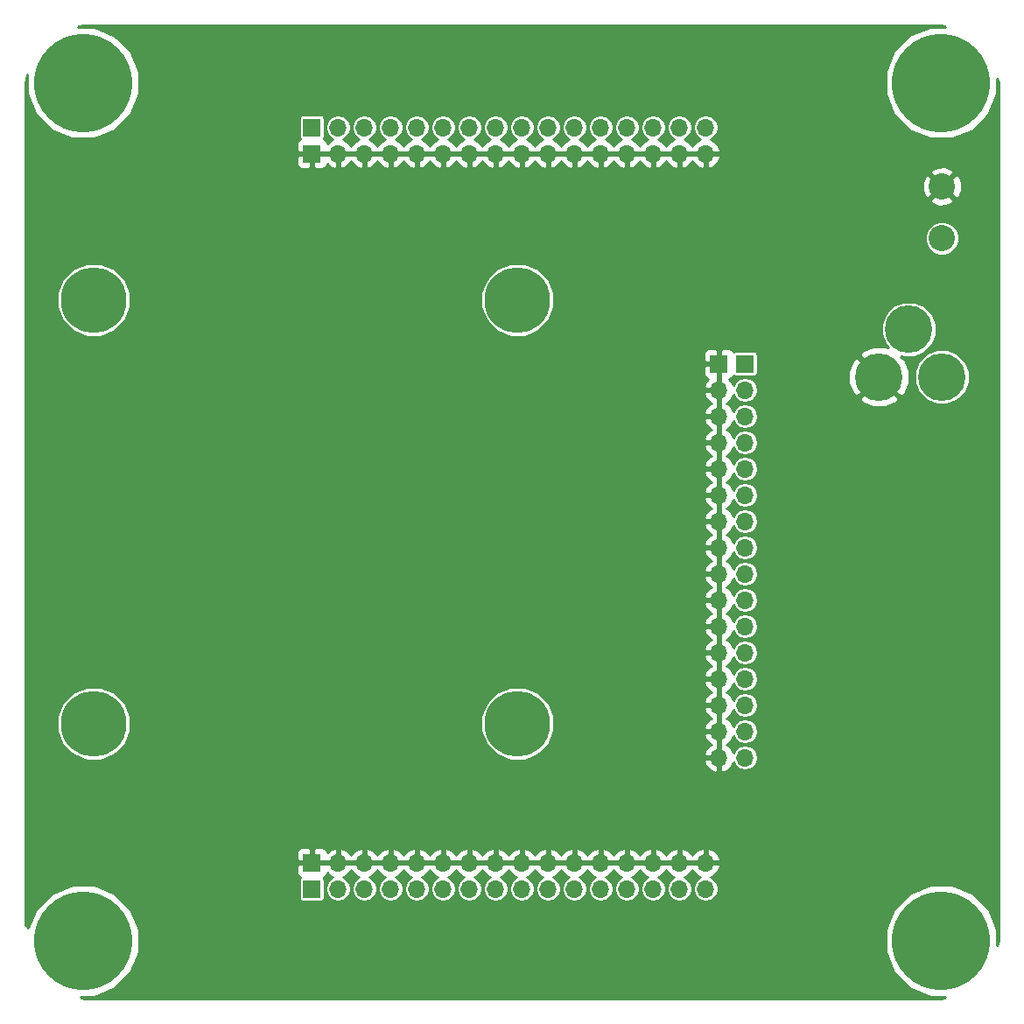
<source format=gbr>
G04 #@! TF.FileFunction,Copper,L1,Top,Signal*
%FSLAX46Y46*%
G04 Gerber Fmt 4.6, Leading zero omitted, Abs format (unit mm)*
G04 Created by KiCad (PCBNEW 4.0.1-stable) date 1/2/2017 4:04:01 PM*
%MOMM*%
G01*
G04 APERTURE LIST*
%ADD10C,0.150000*%
%ADD11C,9.525000*%
%ADD12C,6.350000*%
%ADD13R,1.700000X1.700000*%
%ADD14O,1.700000X1.700000*%
%ADD15C,4.600000*%
%ADD16C,2.540000*%
%ADD17C,0.254000*%
G04 APERTURE END LIST*
D10*
D11*
X16000000Y-16000000D03*
X99000000Y-16000000D03*
X16000000Y-99000000D03*
X99000000Y-99000000D03*
D12*
X17000000Y-37000000D03*
X58000000Y-37000000D03*
X17000000Y-78000000D03*
X58000000Y-78000000D03*
D13*
X38100000Y-22860000D03*
D14*
X40640000Y-22860000D03*
X43180000Y-22860000D03*
X45720000Y-22860000D03*
X48260000Y-22860000D03*
X50800000Y-22860000D03*
X53340000Y-22860000D03*
X55880000Y-22860000D03*
X58420000Y-22860000D03*
X60960000Y-22860000D03*
X63500000Y-22860000D03*
X66040000Y-22860000D03*
X68580000Y-22860000D03*
X71120000Y-22860000D03*
X73660000Y-22860000D03*
X76200000Y-22860000D03*
D13*
X38100000Y-20320000D03*
D14*
X40640000Y-20320000D03*
X43180000Y-20320000D03*
X45720000Y-20320000D03*
X48260000Y-20320000D03*
X50800000Y-20320000D03*
X53340000Y-20320000D03*
X55880000Y-20320000D03*
X58420000Y-20320000D03*
X60960000Y-20320000D03*
X63500000Y-20320000D03*
X66040000Y-20320000D03*
X68580000Y-20320000D03*
X71120000Y-20320000D03*
X73660000Y-20320000D03*
X76200000Y-20320000D03*
D13*
X38100000Y-91440000D03*
D14*
X40640000Y-91440000D03*
X43180000Y-91440000D03*
X45720000Y-91440000D03*
X48260000Y-91440000D03*
X50800000Y-91440000D03*
X53340000Y-91440000D03*
X55880000Y-91440000D03*
X58420000Y-91440000D03*
X60960000Y-91440000D03*
X63500000Y-91440000D03*
X66040000Y-91440000D03*
X68580000Y-91440000D03*
X71120000Y-91440000D03*
X73660000Y-91440000D03*
X76200000Y-91440000D03*
D13*
X38100000Y-93980000D03*
D14*
X40640000Y-93980000D03*
X43180000Y-93980000D03*
X45720000Y-93980000D03*
X48260000Y-93980000D03*
X50800000Y-93980000D03*
X53340000Y-93980000D03*
X55880000Y-93980000D03*
X58420000Y-93980000D03*
X60960000Y-93980000D03*
X63500000Y-93980000D03*
X66040000Y-93980000D03*
X68580000Y-93980000D03*
X71120000Y-93980000D03*
X73660000Y-93980000D03*
X76200000Y-93980000D03*
D13*
X77470000Y-43180000D03*
D14*
X77470000Y-45720000D03*
X77470000Y-48260000D03*
X77470000Y-50800000D03*
X77470000Y-53340000D03*
X77470000Y-55880000D03*
X77470000Y-58420000D03*
X77470000Y-60960000D03*
X77470000Y-63500000D03*
X77470000Y-66040000D03*
X77470000Y-68580000D03*
X77470000Y-71120000D03*
X77470000Y-73660000D03*
X77470000Y-76200000D03*
X77470000Y-78740000D03*
X77470000Y-81280000D03*
D13*
X80010000Y-43180000D03*
D14*
X80010000Y-45720000D03*
X80010000Y-48260000D03*
X80010000Y-50800000D03*
X80010000Y-53340000D03*
X80010000Y-55880000D03*
X80010000Y-58420000D03*
X80010000Y-60960000D03*
X80010000Y-63500000D03*
X80010000Y-66040000D03*
X80010000Y-68580000D03*
X80010000Y-71120000D03*
X80010000Y-73660000D03*
X80010000Y-76200000D03*
X80010000Y-78740000D03*
X80010000Y-81280000D03*
D15*
X99060000Y-44450000D03*
X92960000Y-44450000D03*
X95860000Y-39850000D03*
D16*
X99060000Y-26035000D03*
X99060000Y-31035000D03*
D17*
G36*
X99324356Y-10503962D02*
X99423261Y-10602867D01*
X97931081Y-10601565D01*
X95946556Y-11421554D01*
X94426891Y-12938570D01*
X93603439Y-14921661D01*
X93601565Y-17068919D01*
X94421554Y-19053444D01*
X95938570Y-20573109D01*
X97921661Y-21396561D01*
X100068919Y-21398435D01*
X102053444Y-20578446D01*
X103573109Y-19061430D01*
X104396561Y-17078339D01*
X104397871Y-15577477D01*
X104496037Y-15675643D01*
X104569000Y-16042453D01*
X104569000Y-98957547D01*
X104496037Y-99324357D01*
X104397133Y-99423261D01*
X104398435Y-97931081D01*
X103578446Y-95946556D01*
X102061430Y-94426891D01*
X100078339Y-93603439D01*
X97931081Y-93601565D01*
X95946556Y-94421554D01*
X94426891Y-95938570D01*
X93603439Y-97921661D01*
X93601565Y-100068919D01*
X94421554Y-102053444D01*
X95938570Y-103573109D01*
X97921661Y-104396561D01*
X99422523Y-104397871D01*
X99324356Y-104496038D01*
X98957552Y-104569000D01*
X16042453Y-104569000D01*
X15799213Y-104520617D01*
X15706685Y-104397246D01*
X17068919Y-104398435D01*
X19053444Y-103578446D01*
X20573109Y-102061430D01*
X21396561Y-100078339D01*
X21398435Y-97931081D01*
X20578446Y-95946556D01*
X19061430Y-94426891D01*
X17078339Y-93603439D01*
X14931081Y-93601565D01*
X12946556Y-94421554D01*
X11426891Y-95938570D01*
X10691300Y-97710067D01*
X10431000Y-97363000D01*
X10431000Y-91725750D01*
X36615000Y-91725750D01*
X36615000Y-92416309D01*
X36711673Y-92649698D01*
X36890301Y-92828327D01*
X36971904Y-92862128D01*
X36892141Y-92978866D01*
X36861536Y-93130000D01*
X36861536Y-94830000D01*
X36888103Y-94971190D01*
X36971546Y-95100865D01*
X37098866Y-95187859D01*
X37250000Y-95218464D01*
X38950000Y-95218464D01*
X39091190Y-95191897D01*
X39220865Y-95108454D01*
X39307859Y-94981134D01*
X39338464Y-94830000D01*
X39338464Y-93130000D01*
X39311897Y-92988810D01*
X39229899Y-92861381D01*
X39309699Y-92828327D01*
X39488327Y-92649698D01*
X39575136Y-92440122D01*
X39873076Y-92711645D01*
X40154512Y-92828212D01*
X39769552Y-93085435D01*
X39502704Y-93484800D01*
X39409000Y-93955883D01*
X39409000Y-94004117D01*
X39502704Y-94475200D01*
X39769552Y-94874565D01*
X40168917Y-95141413D01*
X40640000Y-95235117D01*
X41111083Y-95141413D01*
X41510448Y-94874565D01*
X41777296Y-94475200D01*
X41871000Y-94004117D01*
X41871000Y-93955883D01*
X41777296Y-93484800D01*
X41510448Y-93085435D01*
X41125488Y-92828212D01*
X41406924Y-92711645D01*
X41835183Y-92321358D01*
X41910000Y-92162046D01*
X41984817Y-92321358D01*
X42413076Y-92711645D01*
X42694512Y-92828212D01*
X42309552Y-93085435D01*
X42042704Y-93484800D01*
X41949000Y-93955883D01*
X41949000Y-94004117D01*
X42042704Y-94475200D01*
X42309552Y-94874565D01*
X42708917Y-95141413D01*
X43180000Y-95235117D01*
X43651083Y-95141413D01*
X44050448Y-94874565D01*
X44317296Y-94475200D01*
X44411000Y-94004117D01*
X44411000Y-93955883D01*
X44317296Y-93484800D01*
X44050448Y-93085435D01*
X43665488Y-92828212D01*
X43946924Y-92711645D01*
X44375183Y-92321358D01*
X44450000Y-92162046D01*
X44524817Y-92321358D01*
X44953076Y-92711645D01*
X45234512Y-92828212D01*
X44849552Y-93085435D01*
X44582704Y-93484800D01*
X44489000Y-93955883D01*
X44489000Y-94004117D01*
X44582704Y-94475200D01*
X44849552Y-94874565D01*
X45248917Y-95141413D01*
X45720000Y-95235117D01*
X46191083Y-95141413D01*
X46590448Y-94874565D01*
X46857296Y-94475200D01*
X46951000Y-94004117D01*
X46951000Y-93955883D01*
X46857296Y-93484800D01*
X46590448Y-93085435D01*
X46205488Y-92828212D01*
X46486924Y-92711645D01*
X46915183Y-92321358D01*
X46990000Y-92162046D01*
X47064817Y-92321358D01*
X47493076Y-92711645D01*
X47774512Y-92828212D01*
X47389552Y-93085435D01*
X47122704Y-93484800D01*
X47029000Y-93955883D01*
X47029000Y-94004117D01*
X47122704Y-94475200D01*
X47389552Y-94874565D01*
X47788917Y-95141413D01*
X48260000Y-95235117D01*
X48731083Y-95141413D01*
X49130448Y-94874565D01*
X49397296Y-94475200D01*
X49491000Y-94004117D01*
X49491000Y-93955883D01*
X49397296Y-93484800D01*
X49130448Y-93085435D01*
X48745488Y-92828212D01*
X49026924Y-92711645D01*
X49455183Y-92321358D01*
X49530000Y-92162046D01*
X49604817Y-92321358D01*
X50033076Y-92711645D01*
X50314512Y-92828212D01*
X49929552Y-93085435D01*
X49662704Y-93484800D01*
X49569000Y-93955883D01*
X49569000Y-94004117D01*
X49662704Y-94475200D01*
X49929552Y-94874565D01*
X50328917Y-95141413D01*
X50800000Y-95235117D01*
X51271083Y-95141413D01*
X51670448Y-94874565D01*
X51937296Y-94475200D01*
X52031000Y-94004117D01*
X52031000Y-93955883D01*
X51937296Y-93484800D01*
X51670448Y-93085435D01*
X51285488Y-92828212D01*
X51566924Y-92711645D01*
X51995183Y-92321358D01*
X52070000Y-92162046D01*
X52144817Y-92321358D01*
X52573076Y-92711645D01*
X52854512Y-92828212D01*
X52469552Y-93085435D01*
X52202704Y-93484800D01*
X52109000Y-93955883D01*
X52109000Y-94004117D01*
X52202704Y-94475200D01*
X52469552Y-94874565D01*
X52868917Y-95141413D01*
X53340000Y-95235117D01*
X53811083Y-95141413D01*
X54210448Y-94874565D01*
X54477296Y-94475200D01*
X54571000Y-94004117D01*
X54571000Y-93955883D01*
X54477296Y-93484800D01*
X54210448Y-93085435D01*
X53825488Y-92828212D01*
X54106924Y-92711645D01*
X54535183Y-92321358D01*
X54610000Y-92162046D01*
X54684817Y-92321358D01*
X55113076Y-92711645D01*
X55394512Y-92828212D01*
X55009552Y-93085435D01*
X54742704Y-93484800D01*
X54649000Y-93955883D01*
X54649000Y-94004117D01*
X54742704Y-94475200D01*
X55009552Y-94874565D01*
X55408917Y-95141413D01*
X55880000Y-95235117D01*
X56351083Y-95141413D01*
X56750448Y-94874565D01*
X57017296Y-94475200D01*
X57111000Y-94004117D01*
X57111000Y-93955883D01*
X57017296Y-93484800D01*
X56750448Y-93085435D01*
X56365488Y-92828212D01*
X56646924Y-92711645D01*
X57075183Y-92321358D01*
X57150000Y-92162046D01*
X57224817Y-92321358D01*
X57653076Y-92711645D01*
X57934512Y-92828212D01*
X57549552Y-93085435D01*
X57282704Y-93484800D01*
X57189000Y-93955883D01*
X57189000Y-94004117D01*
X57282704Y-94475200D01*
X57549552Y-94874565D01*
X57948917Y-95141413D01*
X58420000Y-95235117D01*
X58891083Y-95141413D01*
X59290448Y-94874565D01*
X59557296Y-94475200D01*
X59651000Y-94004117D01*
X59651000Y-93955883D01*
X59557296Y-93484800D01*
X59290448Y-93085435D01*
X58905488Y-92828212D01*
X59186924Y-92711645D01*
X59615183Y-92321358D01*
X59690000Y-92162046D01*
X59764817Y-92321358D01*
X60193076Y-92711645D01*
X60474512Y-92828212D01*
X60089552Y-93085435D01*
X59822704Y-93484800D01*
X59729000Y-93955883D01*
X59729000Y-94004117D01*
X59822704Y-94475200D01*
X60089552Y-94874565D01*
X60488917Y-95141413D01*
X60960000Y-95235117D01*
X61431083Y-95141413D01*
X61830448Y-94874565D01*
X62097296Y-94475200D01*
X62191000Y-94004117D01*
X62191000Y-93955883D01*
X62097296Y-93484800D01*
X61830448Y-93085435D01*
X61445488Y-92828212D01*
X61726924Y-92711645D01*
X62155183Y-92321358D01*
X62230000Y-92162046D01*
X62304817Y-92321358D01*
X62733076Y-92711645D01*
X63014512Y-92828212D01*
X62629552Y-93085435D01*
X62362704Y-93484800D01*
X62269000Y-93955883D01*
X62269000Y-94004117D01*
X62362704Y-94475200D01*
X62629552Y-94874565D01*
X63028917Y-95141413D01*
X63500000Y-95235117D01*
X63971083Y-95141413D01*
X64370448Y-94874565D01*
X64637296Y-94475200D01*
X64731000Y-94004117D01*
X64731000Y-93955883D01*
X64637296Y-93484800D01*
X64370448Y-93085435D01*
X63985488Y-92828212D01*
X64266924Y-92711645D01*
X64695183Y-92321358D01*
X64770000Y-92162046D01*
X64844817Y-92321358D01*
X65273076Y-92711645D01*
X65554512Y-92828212D01*
X65169552Y-93085435D01*
X64902704Y-93484800D01*
X64809000Y-93955883D01*
X64809000Y-94004117D01*
X64902704Y-94475200D01*
X65169552Y-94874565D01*
X65568917Y-95141413D01*
X66040000Y-95235117D01*
X66511083Y-95141413D01*
X66910448Y-94874565D01*
X67177296Y-94475200D01*
X67271000Y-94004117D01*
X67271000Y-93955883D01*
X67177296Y-93484800D01*
X66910448Y-93085435D01*
X66525488Y-92828212D01*
X66806924Y-92711645D01*
X67235183Y-92321358D01*
X67310000Y-92162046D01*
X67384817Y-92321358D01*
X67813076Y-92711645D01*
X68094512Y-92828212D01*
X67709552Y-93085435D01*
X67442704Y-93484800D01*
X67349000Y-93955883D01*
X67349000Y-94004117D01*
X67442704Y-94475200D01*
X67709552Y-94874565D01*
X68108917Y-95141413D01*
X68580000Y-95235117D01*
X69051083Y-95141413D01*
X69450448Y-94874565D01*
X69717296Y-94475200D01*
X69811000Y-94004117D01*
X69811000Y-93955883D01*
X69717296Y-93484800D01*
X69450448Y-93085435D01*
X69065488Y-92828212D01*
X69346924Y-92711645D01*
X69775183Y-92321358D01*
X69850000Y-92162046D01*
X69924817Y-92321358D01*
X70353076Y-92711645D01*
X70634512Y-92828212D01*
X70249552Y-93085435D01*
X69982704Y-93484800D01*
X69889000Y-93955883D01*
X69889000Y-94004117D01*
X69982704Y-94475200D01*
X70249552Y-94874565D01*
X70648917Y-95141413D01*
X71120000Y-95235117D01*
X71591083Y-95141413D01*
X71990448Y-94874565D01*
X72257296Y-94475200D01*
X72351000Y-94004117D01*
X72351000Y-93955883D01*
X72257296Y-93484800D01*
X71990448Y-93085435D01*
X71605488Y-92828212D01*
X71886924Y-92711645D01*
X72315183Y-92321358D01*
X72390000Y-92162046D01*
X72464817Y-92321358D01*
X72893076Y-92711645D01*
X73174512Y-92828212D01*
X72789552Y-93085435D01*
X72522704Y-93484800D01*
X72429000Y-93955883D01*
X72429000Y-94004117D01*
X72522704Y-94475200D01*
X72789552Y-94874565D01*
X73188917Y-95141413D01*
X73660000Y-95235117D01*
X74131083Y-95141413D01*
X74530448Y-94874565D01*
X74797296Y-94475200D01*
X74891000Y-94004117D01*
X74891000Y-93955883D01*
X74797296Y-93484800D01*
X74530448Y-93085435D01*
X74145488Y-92828212D01*
X74426924Y-92711645D01*
X74855183Y-92321358D01*
X74930000Y-92162046D01*
X75004817Y-92321358D01*
X75433076Y-92711645D01*
X75714512Y-92828212D01*
X75329552Y-93085435D01*
X75062704Y-93484800D01*
X74969000Y-93955883D01*
X74969000Y-94004117D01*
X75062704Y-94475200D01*
X75329552Y-94874565D01*
X75728917Y-95141413D01*
X76200000Y-95235117D01*
X76671083Y-95141413D01*
X77070448Y-94874565D01*
X77337296Y-94475200D01*
X77431000Y-94004117D01*
X77431000Y-93955883D01*
X77337296Y-93484800D01*
X77070448Y-93085435D01*
X76685488Y-92828212D01*
X76966924Y-92711645D01*
X77395183Y-92321358D01*
X77641486Y-91796892D01*
X77520819Y-91567000D01*
X76327000Y-91567000D01*
X76327000Y-91587000D01*
X76073000Y-91587000D01*
X76073000Y-91567000D01*
X73787000Y-91567000D01*
X73787000Y-91587000D01*
X73533000Y-91587000D01*
X73533000Y-91567000D01*
X71247000Y-91567000D01*
X71247000Y-91587000D01*
X70993000Y-91587000D01*
X70993000Y-91567000D01*
X68707000Y-91567000D01*
X68707000Y-91587000D01*
X68453000Y-91587000D01*
X68453000Y-91567000D01*
X66167000Y-91567000D01*
X66167000Y-91587000D01*
X65913000Y-91587000D01*
X65913000Y-91567000D01*
X63627000Y-91567000D01*
X63627000Y-91587000D01*
X63373000Y-91587000D01*
X63373000Y-91567000D01*
X61087000Y-91567000D01*
X61087000Y-91587000D01*
X60833000Y-91587000D01*
X60833000Y-91567000D01*
X58547000Y-91567000D01*
X58547000Y-91587000D01*
X58293000Y-91587000D01*
X58293000Y-91567000D01*
X56007000Y-91567000D01*
X56007000Y-91587000D01*
X55753000Y-91587000D01*
X55753000Y-91567000D01*
X53467000Y-91567000D01*
X53467000Y-91587000D01*
X53213000Y-91587000D01*
X53213000Y-91567000D01*
X50927000Y-91567000D01*
X50927000Y-91587000D01*
X50673000Y-91587000D01*
X50673000Y-91567000D01*
X48387000Y-91567000D01*
X48387000Y-91587000D01*
X48133000Y-91587000D01*
X48133000Y-91567000D01*
X45847000Y-91567000D01*
X45847000Y-91587000D01*
X45593000Y-91587000D01*
X45593000Y-91567000D01*
X43307000Y-91567000D01*
X43307000Y-91587000D01*
X43053000Y-91587000D01*
X43053000Y-91567000D01*
X40767000Y-91567000D01*
X40767000Y-91587000D01*
X40513000Y-91587000D01*
X40513000Y-91567000D01*
X38227000Y-91567000D01*
X38227000Y-91587000D01*
X37973000Y-91587000D01*
X37973000Y-91567000D01*
X36773750Y-91567000D01*
X36615000Y-91725750D01*
X10431000Y-91725750D01*
X10431000Y-90463691D01*
X36615000Y-90463691D01*
X36615000Y-91154250D01*
X36773750Y-91313000D01*
X37973000Y-91313000D01*
X37973000Y-90113750D01*
X38227000Y-90113750D01*
X38227000Y-91313000D01*
X40513000Y-91313000D01*
X40513000Y-90119845D01*
X40767000Y-90119845D01*
X40767000Y-91313000D01*
X43053000Y-91313000D01*
X43053000Y-90119845D01*
X43307000Y-90119845D01*
X43307000Y-91313000D01*
X45593000Y-91313000D01*
X45593000Y-90119845D01*
X45847000Y-90119845D01*
X45847000Y-91313000D01*
X48133000Y-91313000D01*
X48133000Y-90119845D01*
X48387000Y-90119845D01*
X48387000Y-91313000D01*
X50673000Y-91313000D01*
X50673000Y-90119845D01*
X50927000Y-90119845D01*
X50927000Y-91313000D01*
X53213000Y-91313000D01*
X53213000Y-90119845D01*
X53467000Y-90119845D01*
X53467000Y-91313000D01*
X55753000Y-91313000D01*
X55753000Y-90119845D01*
X56007000Y-90119845D01*
X56007000Y-91313000D01*
X58293000Y-91313000D01*
X58293000Y-90119845D01*
X58547000Y-90119845D01*
X58547000Y-91313000D01*
X60833000Y-91313000D01*
X60833000Y-90119845D01*
X61087000Y-90119845D01*
X61087000Y-91313000D01*
X63373000Y-91313000D01*
X63373000Y-90119845D01*
X63627000Y-90119845D01*
X63627000Y-91313000D01*
X65913000Y-91313000D01*
X65913000Y-90119845D01*
X66167000Y-90119845D01*
X66167000Y-91313000D01*
X68453000Y-91313000D01*
X68453000Y-90119845D01*
X68707000Y-90119845D01*
X68707000Y-91313000D01*
X70993000Y-91313000D01*
X70993000Y-90119845D01*
X71247000Y-90119845D01*
X71247000Y-91313000D01*
X73533000Y-91313000D01*
X73533000Y-90119845D01*
X73787000Y-90119845D01*
X73787000Y-91313000D01*
X76073000Y-91313000D01*
X76073000Y-90119845D01*
X76327000Y-90119845D01*
X76327000Y-91313000D01*
X77520819Y-91313000D01*
X77641486Y-91083108D01*
X77395183Y-90558642D01*
X76966924Y-90168355D01*
X76556890Y-89998524D01*
X76327000Y-90119845D01*
X76073000Y-90119845D01*
X75843110Y-89998524D01*
X75433076Y-90168355D01*
X75004817Y-90558642D01*
X74930000Y-90717954D01*
X74855183Y-90558642D01*
X74426924Y-90168355D01*
X74016890Y-89998524D01*
X73787000Y-90119845D01*
X73533000Y-90119845D01*
X73303110Y-89998524D01*
X72893076Y-90168355D01*
X72464817Y-90558642D01*
X72390000Y-90717954D01*
X72315183Y-90558642D01*
X71886924Y-90168355D01*
X71476890Y-89998524D01*
X71247000Y-90119845D01*
X70993000Y-90119845D01*
X70763110Y-89998524D01*
X70353076Y-90168355D01*
X69924817Y-90558642D01*
X69850000Y-90717954D01*
X69775183Y-90558642D01*
X69346924Y-90168355D01*
X68936890Y-89998524D01*
X68707000Y-90119845D01*
X68453000Y-90119845D01*
X68223110Y-89998524D01*
X67813076Y-90168355D01*
X67384817Y-90558642D01*
X67310000Y-90717954D01*
X67235183Y-90558642D01*
X66806924Y-90168355D01*
X66396890Y-89998524D01*
X66167000Y-90119845D01*
X65913000Y-90119845D01*
X65683110Y-89998524D01*
X65273076Y-90168355D01*
X64844817Y-90558642D01*
X64770000Y-90717954D01*
X64695183Y-90558642D01*
X64266924Y-90168355D01*
X63856890Y-89998524D01*
X63627000Y-90119845D01*
X63373000Y-90119845D01*
X63143110Y-89998524D01*
X62733076Y-90168355D01*
X62304817Y-90558642D01*
X62230000Y-90717954D01*
X62155183Y-90558642D01*
X61726924Y-90168355D01*
X61316890Y-89998524D01*
X61087000Y-90119845D01*
X60833000Y-90119845D01*
X60603110Y-89998524D01*
X60193076Y-90168355D01*
X59764817Y-90558642D01*
X59690000Y-90717954D01*
X59615183Y-90558642D01*
X59186924Y-90168355D01*
X58776890Y-89998524D01*
X58547000Y-90119845D01*
X58293000Y-90119845D01*
X58063110Y-89998524D01*
X57653076Y-90168355D01*
X57224817Y-90558642D01*
X57150000Y-90717954D01*
X57075183Y-90558642D01*
X56646924Y-90168355D01*
X56236890Y-89998524D01*
X56007000Y-90119845D01*
X55753000Y-90119845D01*
X55523110Y-89998524D01*
X55113076Y-90168355D01*
X54684817Y-90558642D01*
X54610000Y-90717954D01*
X54535183Y-90558642D01*
X54106924Y-90168355D01*
X53696890Y-89998524D01*
X53467000Y-90119845D01*
X53213000Y-90119845D01*
X52983110Y-89998524D01*
X52573076Y-90168355D01*
X52144817Y-90558642D01*
X52070000Y-90717954D01*
X51995183Y-90558642D01*
X51566924Y-90168355D01*
X51156890Y-89998524D01*
X50927000Y-90119845D01*
X50673000Y-90119845D01*
X50443110Y-89998524D01*
X50033076Y-90168355D01*
X49604817Y-90558642D01*
X49530000Y-90717954D01*
X49455183Y-90558642D01*
X49026924Y-90168355D01*
X48616890Y-89998524D01*
X48387000Y-90119845D01*
X48133000Y-90119845D01*
X47903110Y-89998524D01*
X47493076Y-90168355D01*
X47064817Y-90558642D01*
X46990000Y-90717954D01*
X46915183Y-90558642D01*
X46486924Y-90168355D01*
X46076890Y-89998524D01*
X45847000Y-90119845D01*
X45593000Y-90119845D01*
X45363110Y-89998524D01*
X44953076Y-90168355D01*
X44524817Y-90558642D01*
X44450000Y-90717954D01*
X44375183Y-90558642D01*
X43946924Y-90168355D01*
X43536890Y-89998524D01*
X43307000Y-90119845D01*
X43053000Y-90119845D01*
X42823110Y-89998524D01*
X42413076Y-90168355D01*
X41984817Y-90558642D01*
X41910000Y-90717954D01*
X41835183Y-90558642D01*
X41406924Y-90168355D01*
X40996890Y-89998524D01*
X40767000Y-90119845D01*
X40513000Y-90119845D01*
X40283110Y-89998524D01*
X39873076Y-90168355D01*
X39575136Y-90439878D01*
X39488327Y-90230302D01*
X39309699Y-90051673D01*
X39076310Y-89955000D01*
X38385750Y-89955000D01*
X38227000Y-90113750D01*
X37973000Y-90113750D01*
X37814250Y-89955000D01*
X37123690Y-89955000D01*
X36890301Y-90051673D01*
X36711673Y-90230302D01*
X36615000Y-90463691D01*
X10431000Y-90463691D01*
X10431000Y-81636890D01*
X76028524Y-81636890D01*
X76198355Y-82046924D01*
X76588642Y-82475183D01*
X77113108Y-82721486D01*
X77343000Y-82600819D01*
X77343000Y-81407000D01*
X76149845Y-81407000D01*
X76028524Y-81636890D01*
X10431000Y-81636890D01*
X10431000Y-78704229D01*
X13443384Y-78704229D01*
X13983612Y-80011681D01*
X14983058Y-81012872D01*
X16289565Y-81555381D01*
X17704229Y-81556616D01*
X19011681Y-81016388D01*
X20012872Y-80016942D01*
X20555381Y-78710435D01*
X20555386Y-78704229D01*
X54443384Y-78704229D01*
X54983612Y-80011681D01*
X55983058Y-81012872D01*
X57289565Y-81555381D01*
X58704229Y-81556616D01*
X60011681Y-81016388D01*
X61012872Y-80016942D01*
X61394910Y-79096890D01*
X76028524Y-79096890D01*
X76198355Y-79506924D01*
X76588642Y-79935183D01*
X76747954Y-80010000D01*
X76588642Y-80084817D01*
X76198355Y-80513076D01*
X76028524Y-80923110D01*
X76149845Y-81153000D01*
X77343000Y-81153000D01*
X77343000Y-78867000D01*
X76149845Y-78867000D01*
X76028524Y-79096890D01*
X61394910Y-79096890D01*
X61555381Y-78710435D01*
X61556616Y-77295771D01*
X61251317Y-76556890D01*
X76028524Y-76556890D01*
X76198355Y-76966924D01*
X76588642Y-77395183D01*
X76747954Y-77470000D01*
X76588642Y-77544817D01*
X76198355Y-77973076D01*
X76028524Y-78383110D01*
X76149845Y-78613000D01*
X77343000Y-78613000D01*
X77343000Y-76327000D01*
X76149845Y-76327000D01*
X76028524Y-76556890D01*
X61251317Y-76556890D01*
X61016388Y-75988319D01*
X60016942Y-74987128D01*
X58710435Y-74444619D01*
X57295771Y-74443384D01*
X55988319Y-74983612D01*
X54987128Y-75983058D01*
X54444619Y-77289565D01*
X54443384Y-78704229D01*
X20555386Y-78704229D01*
X20556616Y-77295771D01*
X20016388Y-75988319D01*
X19016942Y-74987128D01*
X17710435Y-74444619D01*
X16295771Y-74443384D01*
X14988319Y-74983612D01*
X13987128Y-75983058D01*
X13444619Y-77289565D01*
X13443384Y-78704229D01*
X10431000Y-78704229D01*
X10431000Y-74016890D01*
X76028524Y-74016890D01*
X76198355Y-74426924D01*
X76588642Y-74855183D01*
X76747954Y-74930000D01*
X76588642Y-75004817D01*
X76198355Y-75433076D01*
X76028524Y-75843110D01*
X76149845Y-76073000D01*
X77343000Y-76073000D01*
X77343000Y-73787000D01*
X76149845Y-73787000D01*
X76028524Y-74016890D01*
X10431000Y-74016890D01*
X10431000Y-71476890D01*
X76028524Y-71476890D01*
X76198355Y-71886924D01*
X76588642Y-72315183D01*
X76747954Y-72390000D01*
X76588642Y-72464817D01*
X76198355Y-72893076D01*
X76028524Y-73303110D01*
X76149845Y-73533000D01*
X77343000Y-73533000D01*
X77343000Y-71247000D01*
X76149845Y-71247000D01*
X76028524Y-71476890D01*
X10431000Y-71476890D01*
X10431000Y-68936890D01*
X76028524Y-68936890D01*
X76198355Y-69346924D01*
X76588642Y-69775183D01*
X76747954Y-69850000D01*
X76588642Y-69924817D01*
X76198355Y-70353076D01*
X76028524Y-70763110D01*
X76149845Y-70993000D01*
X77343000Y-70993000D01*
X77343000Y-68707000D01*
X76149845Y-68707000D01*
X76028524Y-68936890D01*
X10431000Y-68936890D01*
X10431000Y-66396890D01*
X76028524Y-66396890D01*
X76198355Y-66806924D01*
X76588642Y-67235183D01*
X76747954Y-67310000D01*
X76588642Y-67384817D01*
X76198355Y-67813076D01*
X76028524Y-68223110D01*
X76149845Y-68453000D01*
X77343000Y-68453000D01*
X77343000Y-66167000D01*
X76149845Y-66167000D01*
X76028524Y-66396890D01*
X10431000Y-66396890D01*
X10431000Y-63856890D01*
X76028524Y-63856890D01*
X76198355Y-64266924D01*
X76588642Y-64695183D01*
X76747954Y-64770000D01*
X76588642Y-64844817D01*
X76198355Y-65273076D01*
X76028524Y-65683110D01*
X76149845Y-65913000D01*
X77343000Y-65913000D01*
X77343000Y-63627000D01*
X76149845Y-63627000D01*
X76028524Y-63856890D01*
X10431000Y-63856890D01*
X10431000Y-61316890D01*
X76028524Y-61316890D01*
X76198355Y-61726924D01*
X76588642Y-62155183D01*
X76747954Y-62230000D01*
X76588642Y-62304817D01*
X76198355Y-62733076D01*
X76028524Y-63143110D01*
X76149845Y-63373000D01*
X77343000Y-63373000D01*
X77343000Y-61087000D01*
X76149845Y-61087000D01*
X76028524Y-61316890D01*
X10431000Y-61316890D01*
X10431000Y-58776890D01*
X76028524Y-58776890D01*
X76198355Y-59186924D01*
X76588642Y-59615183D01*
X76747954Y-59690000D01*
X76588642Y-59764817D01*
X76198355Y-60193076D01*
X76028524Y-60603110D01*
X76149845Y-60833000D01*
X77343000Y-60833000D01*
X77343000Y-58547000D01*
X76149845Y-58547000D01*
X76028524Y-58776890D01*
X10431000Y-58776890D01*
X10431000Y-56236890D01*
X76028524Y-56236890D01*
X76198355Y-56646924D01*
X76588642Y-57075183D01*
X76747954Y-57150000D01*
X76588642Y-57224817D01*
X76198355Y-57653076D01*
X76028524Y-58063110D01*
X76149845Y-58293000D01*
X77343000Y-58293000D01*
X77343000Y-56007000D01*
X76149845Y-56007000D01*
X76028524Y-56236890D01*
X10431000Y-56236890D01*
X10431000Y-53696890D01*
X76028524Y-53696890D01*
X76198355Y-54106924D01*
X76588642Y-54535183D01*
X76747954Y-54610000D01*
X76588642Y-54684817D01*
X76198355Y-55113076D01*
X76028524Y-55523110D01*
X76149845Y-55753000D01*
X77343000Y-55753000D01*
X77343000Y-53467000D01*
X76149845Y-53467000D01*
X76028524Y-53696890D01*
X10431000Y-53696890D01*
X10431000Y-51156890D01*
X76028524Y-51156890D01*
X76198355Y-51566924D01*
X76588642Y-51995183D01*
X76747954Y-52070000D01*
X76588642Y-52144817D01*
X76198355Y-52573076D01*
X76028524Y-52983110D01*
X76149845Y-53213000D01*
X77343000Y-53213000D01*
X77343000Y-50927000D01*
X76149845Y-50927000D01*
X76028524Y-51156890D01*
X10431000Y-51156890D01*
X10431000Y-48616890D01*
X76028524Y-48616890D01*
X76198355Y-49026924D01*
X76588642Y-49455183D01*
X76747954Y-49530000D01*
X76588642Y-49604817D01*
X76198355Y-50033076D01*
X76028524Y-50443110D01*
X76149845Y-50673000D01*
X77343000Y-50673000D01*
X77343000Y-48387000D01*
X76149845Y-48387000D01*
X76028524Y-48616890D01*
X10431000Y-48616890D01*
X10431000Y-46076890D01*
X76028524Y-46076890D01*
X76198355Y-46486924D01*
X76588642Y-46915183D01*
X76747954Y-46990000D01*
X76588642Y-47064817D01*
X76198355Y-47493076D01*
X76028524Y-47903110D01*
X76149845Y-48133000D01*
X77343000Y-48133000D01*
X77343000Y-45847000D01*
X76149845Y-45847000D01*
X76028524Y-46076890D01*
X10431000Y-46076890D01*
X10431000Y-43465750D01*
X75985000Y-43465750D01*
X75985000Y-44156310D01*
X76081673Y-44389699D01*
X76260302Y-44568327D01*
X76469878Y-44655136D01*
X76198355Y-44953076D01*
X76028524Y-45363110D01*
X76149845Y-45593000D01*
X77343000Y-45593000D01*
X77343000Y-43307000D01*
X76143750Y-43307000D01*
X75985000Y-43465750D01*
X10431000Y-43465750D01*
X10431000Y-42203690D01*
X75985000Y-42203690D01*
X75985000Y-42894250D01*
X76143750Y-43053000D01*
X77343000Y-43053000D01*
X77343000Y-41853750D01*
X77597000Y-41853750D01*
X77597000Y-43053000D01*
X77617000Y-43053000D01*
X77617000Y-43307000D01*
X77597000Y-43307000D01*
X77597000Y-45593000D01*
X77617000Y-45593000D01*
X77617000Y-45847000D01*
X77597000Y-45847000D01*
X77597000Y-48133000D01*
X77617000Y-48133000D01*
X77617000Y-48387000D01*
X77597000Y-48387000D01*
X77597000Y-50673000D01*
X77617000Y-50673000D01*
X77617000Y-50927000D01*
X77597000Y-50927000D01*
X77597000Y-53213000D01*
X77617000Y-53213000D01*
X77617000Y-53467000D01*
X77597000Y-53467000D01*
X77597000Y-55753000D01*
X77617000Y-55753000D01*
X77617000Y-56007000D01*
X77597000Y-56007000D01*
X77597000Y-58293000D01*
X77617000Y-58293000D01*
X77617000Y-58547000D01*
X77597000Y-58547000D01*
X77597000Y-60833000D01*
X77617000Y-60833000D01*
X77617000Y-61087000D01*
X77597000Y-61087000D01*
X77597000Y-63373000D01*
X77617000Y-63373000D01*
X77617000Y-63627000D01*
X77597000Y-63627000D01*
X77597000Y-65913000D01*
X77617000Y-65913000D01*
X77617000Y-66167000D01*
X77597000Y-66167000D01*
X77597000Y-68453000D01*
X77617000Y-68453000D01*
X77617000Y-68707000D01*
X77597000Y-68707000D01*
X77597000Y-70993000D01*
X77617000Y-70993000D01*
X77617000Y-71247000D01*
X77597000Y-71247000D01*
X77597000Y-73533000D01*
X77617000Y-73533000D01*
X77617000Y-73787000D01*
X77597000Y-73787000D01*
X77597000Y-76073000D01*
X77617000Y-76073000D01*
X77617000Y-76327000D01*
X77597000Y-76327000D01*
X77597000Y-78613000D01*
X77617000Y-78613000D01*
X77617000Y-78867000D01*
X77597000Y-78867000D01*
X77597000Y-81153000D01*
X77617000Y-81153000D01*
X77617000Y-81407000D01*
X77597000Y-81407000D01*
X77597000Y-82600819D01*
X77826892Y-82721486D01*
X78351358Y-82475183D01*
X78741645Y-82046924D01*
X78858212Y-81765488D01*
X79115435Y-82150448D01*
X79514800Y-82417296D01*
X79985883Y-82511000D01*
X80034117Y-82511000D01*
X80505200Y-82417296D01*
X80904565Y-82150448D01*
X81171413Y-81751083D01*
X81265117Y-81280000D01*
X81171413Y-80808917D01*
X80904565Y-80409552D01*
X80505200Y-80142704D01*
X80034117Y-80049000D01*
X79985883Y-80049000D01*
X79514800Y-80142704D01*
X79115435Y-80409552D01*
X78858212Y-80794512D01*
X78741645Y-80513076D01*
X78351358Y-80084817D01*
X78192046Y-80010000D01*
X78351358Y-79935183D01*
X78741645Y-79506924D01*
X78858212Y-79225488D01*
X79115435Y-79610448D01*
X79514800Y-79877296D01*
X79985883Y-79971000D01*
X80034117Y-79971000D01*
X80505200Y-79877296D01*
X80904565Y-79610448D01*
X81171413Y-79211083D01*
X81265117Y-78740000D01*
X81171413Y-78268917D01*
X80904565Y-77869552D01*
X80505200Y-77602704D01*
X80034117Y-77509000D01*
X79985883Y-77509000D01*
X79514800Y-77602704D01*
X79115435Y-77869552D01*
X78858212Y-78254512D01*
X78741645Y-77973076D01*
X78351358Y-77544817D01*
X78192046Y-77470000D01*
X78351358Y-77395183D01*
X78741645Y-76966924D01*
X78858212Y-76685488D01*
X79115435Y-77070448D01*
X79514800Y-77337296D01*
X79985883Y-77431000D01*
X80034117Y-77431000D01*
X80505200Y-77337296D01*
X80904565Y-77070448D01*
X81171413Y-76671083D01*
X81265117Y-76200000D01*
X81171413Y-75728917D01*
X80904565Y-75329552D01*
X80505200Y-75062704D01*
X80034117Y-74969000D01*
X79985883Y-74969000D01*
X79514800Y-75062704D01*
X79115435Y-75329552D01*
X78858212Y-75714512D01*
X78741645Y-75433076D01*
X78351358Y-75004817D01*
X78192046Y-74930000D01*
X78351358Y-74855183D01*
X78741645Y-74426924D01*
X78858212Y-74145488D01*
X79115435Y-74530448D01*
X79514800Y-74797296D01*
X79985883Y-74891000D01*
X80034117Y-74891000D01*
X80505200Y-74797296D01*
X80904565Y-74530448D01*
X81171413Y-74131083D01*
X81265117Y-73660000D01*
X81171413Y-73188917D01*
X80904565Y-72789552D01*
X80505200Y-72522704D01*
X80034117Y-72429000D01*
X79985883Y-72429000D01*
X79514800Y-72522704D01*
X79115435Y-72789552D01*
X78858212Y-73174512D01*
X78741645Y-72893076D01*
X78351358Y-72464817D01*
X78192046Y-72390000D01*
X78351358Y-72315183D01*
X78741645Y-71886924D01*
X78858212Y-71605488D01*
X79115435Y-71990448D01*
X79514800Y-72257296D01*
X79985883Y-72351000D01*
X80034117Y-72351000D01*
X80505200Y-72257296D01*
X80904565Y-71990448D01*
X81171413Y-71591083D01*
X81265117Y-71120000D01*
X81171413Y-70648917D01*
X80904565Y-70249552D01*
X80505200Y-69982704D01*
X80034117Y-69889000D01*
X79985883Y-69889000D01*
X79514800Y-69982704D01*
X79115435Y-70249552D01*
X78858212Y-70634512D01*
X78741645Y-70353076D01*
X78351358Y-69924817D01*
X78192046Y-69850000D01*
X78351358Y-69775183D01*
X78741645Y-69346924D01*
X78858212Y-69065488D01*
X79115435Y-69450448D01*
X79514800Y-69717296D01*
X79985883Y-69811000D01*
X80034117Y-69811000D01*
X80505200Y-69717296D01*
X80904565Y-69450448D01*
X81171413Y-69051083D01*
X81265117Y-68580000D01*
X81171413Y-68108917D01*
X80904565Y-67709552D01*
X80505200Y-67442704D01*
X80034117Y-67349000D01*
X79985883Y-67349000D01*
X79514800Y-67442704D01*
X79115435Y-67709552D01*
X78858212Y-68094512D01*
X78741645Y-67813076D01*
X78351358Y-67384817D01*
X78192046Y-67310000D01*
X78351358Y-67235183D01*
X78741645Y-66806924D01*
X78858212Y-66525488D01*
X79115435Y-66910448D01*
X79514800Y-67177296D01*
X79985883Y-67271000D01*
X80034117Y-67271000D01*
X80505200Y-67177296D01*
X80904565Y-66910448D01*
X81171413Y-66511083D01*
X81265117Y-66040000D01*
X81171413Y-65568917D01*
X80904565Y-65169552D01*
X80505200Y-64902704D01*
X80034117Y-64809000D01*
X79985883Y-64809000D01*
X79514800Y-64902704D01*
X79115435Y-65169552D01*
X78858212Y-65554512D01*
X78741645Y-65273076D01*
X78351358Y-64844817D01*
X78192046Y-64770000D01*
X78351358Y-64695183D01*
X78741645Y-64266924D01*
X78858212Y-63985488D01*
X79115435Y-64370448D01*
X79514800Y-64637296D01*
X79985883Y-64731000D01*
X80034117Y-64731000D01*
X80505200Y-64637296D01*
X80904565Y-64370448D01*
X81171413Y-63971083D01*
X81265117Y-63500000D01*
X81171413Y-63028917D01*
X80904565Y-62629552D01*
X80505200Y-62362704D01*
X80034117Y-62269000D01*
X79985883Y-62269000D01*
X79514800Y-62362704D01*
X79115435Y-62629552D01*
X78858212Y-63014512D01*
X78741645Y-62733076D01*
X78351358Y-62304817D01*
X78192046Y-62230000D01*
X78351358Y-62155183D01*
X78741645Y-61726924D01*
X78858212Y-61445488D01*
X79115435Y-61830448D01*
X79514800Y-62097296D01*
X79985883Y-62191000D01*
X80034117Y-62191000D01*
X80505200Y-62097296D01*
X80904565Y-61830448D01*
X81171413Y-61431083D01*
X81265117Y-60960000D01*
X81171413Y-60488917D01*
X80904565Y-60089552D01*
X80505200Y-59822704D01*
X80034117Y-59729000D01*
X79985883Y-59729000D01*
X79514800Y-59822704D01*
X79115435Y-60089552D01*
X78858212Y-60474512D01*
X78741645Y-60193076D01*
X78351358Y-59764817D01*
X78192046Y-59690000D01*
X78351358Y-59615183D01*
X78741645Y-59186924D01*
X78858212Y-58905488D01*
X79115435Y-59290448D01*
X79514800Y-59557296D01*
X79985883Y-59651000D01*
X80034117Y-59651000D01*
X80505200Y-59557296D01*
X80904565Y-59290448D01*
X81171413Y-58891083D01*
X81265117Y-58420000D01*
X81171413Y-57948917D01*
X80904565Y-57549552D01*
X80505200Y-57282704D01*
X80034117Y-57189000D01*
X79985883Y-57189000D01*
X79514800Y-57282704D01*
X79115435Y-57549552D01*
X78858212Y-57934512D01*
X78741645Y-57653076D01*
X78351358Y-57224817D01*
X78192046Y-57150000D01*
X78351358Y-57075183D01*
X78741645Y-56646924D01*
X78858212Y-56365488D01*
X79115435Y-56750448D01*
X79514800Y-57017296D01*
X79985883Y-57111000D01*
X80034117Y-57111000D01*
X80505200Y-57017296D01*
X80904565Y-56750448D01*
X81171413Y-56351083D01*
X81265117Y-55880000D01*
X81171413Y-55408917D01*
X80904565Y-55009552D01*
X80505200Y-54742704D01*
X80034117Y-54649000D01*
X79985883Y-54649000D01*
X79514800Y-54742704D01*
X79115435Y-55009552D01*
X78858212Y-55394512D01*
X78741645Y-55113076D01*
X78351358Y-54684817D01*
X78192046Y-54610000D01*
X78351358Y-54535183D01*
X78741645Y-54106924D01*
X78858212Y-53825488D01*
X79115435Y-54210448D01*
X79514800Y-54477296D01*
X79985883Y-54571000D01*
X80034117Y-54571000D01*
X80505200Y-54477296D01*
X80904565Y-54210448D01*
X81171413Y-53811083D01*
X81265117Y-53340000D01*
X81171413Y-52868917D01*
X80904565Y-52469552D01*
X80505200Y-52202704D01*
X80034117Y-52109000D01*
X79985883Y-52109000D01*
X79514800Y-52202704D01*
X79115435Y-52469552D01*
X78858212Y-52854512D01*
X78741645Y-52573076D01*
X78351358Y-52144817D01*
X78192046Y-52070000D01*
X78351358Y-51995183D01*
X78741645Y-51566924D01*
X78858212Y-51285488D01*
X79115435Y-51670448D01*
X79514800Y-51937296D01*
X79985883Y-52031000D01*
X80034117Y-52031000D01*
X80505200Y-51937296D01*
X80904565Y-51670448D01*
X81171413Y-51271083D01*
X81265117Y-50800000D01*
X81171413Y-50328917D01*
X80904565Y-49929552D01*
X80505200Y-49662704D01*
X80034117Y-49569000D01*
X79985883Y-49569000D01*
X79514800Y-49662704D01*
X79115435Y-49929552D01*
X78858212Y-50314512D01*
X78741645Y-50033076D01*
X78351358Y-49604817D01*
X78192046Y-49530000D01*
X78351358Y-49455183D01*
X78741645Y-49026924D01*
X78858212Y-48745488D01*
X79115435Y-49130448D01*
X79514800Y-49397296D01*
X79985883Y-49491000D01*
X80034117Y-49491000D01*
X80505200Y-49397296D01*
X80904565Y-49130448D01*
X81171413Y-48731083D01*
X81265117Y-48260000D01*
X81171413Y-47788917D01*
X80904565Y-47389552D01*
X80505200Y-47122704D01*
X80034117Y-47029000D01*
X79985883Y-47029000D01*
X79514800Y-47122704D01*
X79115435Y-47389552D01*
X78858212Y-47774512D01*
X78741645Y-47493076D01*
X78351358Y-47064817D01*
X78192046Y-46990000D01*
X78351358Y-46915183D01*
X78741645Y-46486924D01*
X78858212Y-46205488D01*
X79115435Y-46590448D01*
X79514800Y-46857296D01*
X79985883Y-46951000D01*
X80034117Y-46951000D01*
X80505200Y-46857296D01*
X80904565Y-46590448D01*
X80937235Y-46541553D01*
X91048052Y-46541553D01*
X91305383Y-46943451D01*
X92385536Y-47386843D01*
X93553145Y-47383127D01*
X94614617Y-46943451D01*
X94871948Y-46541553D01*
X92960000Y-44629605D01*
X91048052Y-46541553D01*
X80937235Y-46541553D01*
X81171413Y-46191083D01*
X81265117Y-45720000D01*
X81171413Y-45248917D01*
X80904565Y-44849552D01*
X80505200Y-44582704D01*
X80034117Y-44489000D01*
X79985883Y-44489000D01*
X79514800Y-44582704D01*
X79115435Y-44849552D01*
X78858212Y-45234512D01*
X78741645Y-44953076D01*
X78470122Y-44655136D01*
X78679698Y-44568327D01*
X78858327Y-44389699D01*
X78892128Y-44308096D01*
X79008866Y-44387859D01*
X79160000Y-44418464D01*
X80860000Y-44418464D01*
X81001190Y-44391897D01*
X81130865Y-44308454D01*
X81217859Y-44181134D01*
X81248464Y-44030000D01*
X81248464Y-43875536D01*
X90023157Y-43875536D01*
X90026873Y-45043145D01*
X90466549Y-46104617D01*
X90868447Y-46361948D01*
X92780395Y-44450000D01*
X90868447Y-42538052D01*
X90466549Y-42795383D01*
X90023157Y-43875536D01*
X81248464Y-43875536D01*
X81248464Y-42358447D01*
X91048052Y-42358447D01*
X92960000Y-44270395D01*
X92974143Y-44256253D01*
X93153748Y-44435858D01*
X93139605Y-44450000D01*
X95051553Y-46361948D01*
X95453451Y-46104617D01*
X95896843Y-45024464D01*
X95896705Y-44980944D01*
X96378536Y-44980944D01*
X96785833Y-45966681D01*
X97539353Y-46721516D01*
X98524377Y-47130534D01*
X99590944Y-47131464D01*
X100576681Y-46724167D01*
X101331516Y-45970647D01*
X101740534Y-44985623D01*
X101741464Y-43919056D01*
X101334167Y-42933319D01*
X100580647Y-42178484D01*
X99595623Y-41769466D01*
X98529056Y-41768536D01*
X97543319Y-42175833D01*
X96788484Y-42929353D01*
X96379466Y-43914377D01*
X96378536Y-44980944D01*
X95896705Y-44980944D01*
X95893127Y-43856855D01*
X95453451Y-42795383D01*
X95051555Y-42538053D01*
X95136915Y-42452693D01*
X95324377Y-42530534D01*
X96390944Y-42531464D01*
X97376681Y-42124167D01*
X98131516Y-41370647D01*
X98540534Y-40385623D01*
X98541464Y-39319056D01*
X98134167Y-38333319D01*
X97380647Y-37578484D01*
X96395623Y-37169466D01*
X95329056Y-37168536D01*
X94343319Y-37575833D01*
X93588484Y-38329353D01*
X93179466Y-39314377D01*
X93178536Y-40380944D01*
X93585833Y-41366681D01*
X93869234Y-41650577D01*
X93534464Y-41513157D01*
X92366855Y-41516873D01*
X91305383Y-41956549D01*
X91048052Y-42358447D01*
X81248464Y-42358447D01*
X81248464Y-42330000D01*
X81221897Y-42188810D01*
X81138454Y-42059135D01*
X81011134Y-41972141D01*
X80860000Y-41941536D01*
X79160000Y-41941536D01*
X79018810Y-41968103D01*
X78891381Y-42050101D01*
X78858327Y-41970301D01*
X78679698Y-41791673D01*
X78446309Y-41695000D01*
X77755750Y-41695000D01*
X77597000Y-41853750D01*
X77343000Y-41853750D01*
X77184250Y-41695000D01*
X76493691Y-41695000D01*
X76260302Y-41791673D01*
X76081673Y-41970301D01*
X75985000Y-42203690D01*
X10431000Y-42203690D01*
X10431000Y-37704229D01*
X13443384Y-37704229D01*
X13983612Y-39011681D01*
X14983058Y-40012872D01*
X16289565Y-40555381D01*
X17704229Y-40556616D01*
X19011681Y-40016388D01*
X20012872Y-39016942D01*
X20555381Y-37710435D01*
X20555386Y-37704229D01*
X54443384Y-37704229D01*
X54983612Y-39011681D01*
X55983058Y-40012872D01*
X57289565Y-40555381D01*
X58704229Y-40556616D01*
X60011681Y-40016388D01*
X61012872Y-39016942D01*
X61555381Y-37710435D01*
X61556616Y-36295771D01*
X61016388Y-34988319D01*
X60016942Y-33987128D01*
X58710435Y-33444619D01*
X57295771Y-33443384D01*
X55988319Y-33983612D01*
X54987128Y-34983058D01*
X54444619Y-36289565D01*
X54443384Y-37704229D01*
X20555386Y-37704229D01*
X20556616Y-36295771D01*
X20016388Y-34988319D01*
X19016942Y-33987128D01*
X17710435Y-33444619D01*
X16295771Y-33443384D01*
X14988319Y-33983612D01*
X13987128Y-34983058D01*
X13444619Y-36289565D01*
X13443384Y-37704229D01*
X10431000Y-37704229D01*
X10431000Y-31361963D01*
X97408714Y-31361963D01*
X97659534Y-31968995D01*
X98123563Y-32433834D01*
X98730155Y-32685713D01*
X99386963Y-32686286D01*
X99993995Y-32435466D01*
X100458834Y-31971437D01*
X100710713Y-31364845D01*
X100711286Y-30708037D01*
X100460466Y-30101005D01*
X99996437Y-29636166D01*
X99389845Y-29384287D01*
X98733037Y-29383714D01*
X98126005Y-29634534D01*
X97661166Y-30098563D01*
X97409287Y-30705155D01*
X97408714Y-31361963D01*
X10431000Y-31361963D01*
X10431000Y-27382777D01*
X97891828Y-27382777D01*
X98023520Y-27677657D01*
X98731036Y-27949261D01*
X99488632Y-27929436D01*
X100096480Y-27677657D01*
X100228172Y-27382777D01*
X99060000Y-26214605D01*
X97891828Y-27382777D01*
X10431000Y-27382777D01*
X10431000Y-25706036D01*
X97145739Y-25706036D01*
X97165564Y-26463632D01*
X97417343Y-27071480D01*
X97712223Y-27203172D01*
X98880395Y-26035000D01*
X99239605Y-26035000D01*
X100407777Y-27203172D01*
X100702657Y-27071480D01*
X100974261Y-26363964D01*
X100954436Y-25606368D01*
X100702657Y-24998520D01*
X100407777Y-24866828D01*
X99239605Y-26035000D01*
X98880395Y-26035000D01*
X97712223Y-24866828D01*
X97417343Y-24998520D01*
X97145739Y-25706036D01*
X10431000Y-25706036D01*
X10431000Y-24687223D01*
X97891828Y-24687223D01*
X99060000Y-25855395D01*
X100228172Y-24687223D01*
X100096480Y-24392343D01*
X99388964Y-24120739D01*
X98631368Y-24140564D01*
X98023520Y-24392343D01*
X97891828Y-24687223D01*
X10431000Y-24687223D01*
X10431000Y-23145750D01*
X36615000Y-23145750D01*
X36615000Y-23836309D01*
X36711673Y-24069698D01*
X36890301Y-24248327D01*
X37123690Y-24345000D01*
X37814250Y-24345000D01*
X37973000Y-24186250D01*
X37973000Y-22987000D01*
X38227000Y-22987000D01*
X38227000Y-24186250D01*
X38385750Y-24345000D01*
X39076310Y-24345000D01*
X39309699Y-24248327D01*
X39488327Y-24069698D01*
X39575136Y-23860122D01*
X39873076Y-24131645D01*
X40283110Y-24301476D01*
X40513000Y-24180155D01*
X40513000Y-22987000D01*
X40767000Y-22987000D01*
X40767000Y-24180155D01*
X40996890Y-24301476D01*
X41406924Y-24131645D01*
X41835183Y-23741358D01*
X41910000Y-23582046D01*
X41984817Y-23741358D01*
X42413076Y-24131645D01*
X42823110Y-24301476D01*
X43053000Y-24180155D01*
X43053000Y-22987000D01*
X43307000Y-22987000D01*
X43307000Y-24180155D01*
X43536890Y-24301476D01*
X43946924Y-24131645D01*
X44375183Y-23741358D01*
X44450000Y-23582046D01*
X44524817Y-23741358D01*
X44953076Y-24131645D01*
X45363110Y-24301476D01*
X45593000Y-24180155D01*
X45593000Y-22987000D01*
X45847000Y-22987000D01*
X45847000Y-24180155D01*
X46076890Y-24301476D01*
X46486924Y-24131645D01*
X46915183Y-23741358D01*
X46990000Y-23582046D01*
X47064817Y-23741358D01*
X47493076Y-24131645D01*
X47903110Y-24301476D01*
X48133000Y-24180155D01*
X48133000Y-22987000D01*
X48387000Y-22987000D01*
X48387000Y-24180155D01*
X48616890Y-24301476D01*
X49026924Y-24131645D01*
X49455183Y-23741358D01*
X49530000Y-23582046D01*
X49604817Y-23741358D01*
X50033076Y-24131645D01*
X50443110Y-24301476D01*
X50673000Y-24180155D01*
X50673000Y-22987000D01*
X50927000Y-22987000D01*
X50927000Y-24180155D01*
X51156890Y-24301476D01*
X51566924Y-24131645D01*
X51995183Y-23741358D01*
X52070000Y-23582046D01*
X52144817Y-23741358D01*
X52573076Y-24131645D01*
X52983110Y-24301476D01*
X53213000Y-24180155D01*
X53213000Y-22987000D01*
X53467000Y-22987000D01*
X53467000Y-24180155D01*
X53696890Y-24301476D01*
X54106924Y-24131645D01*
X54535183Y-23741358D01*
X54610000Y-23582046D01*
X54684817Y-23741358D01*
X55113076Y-24131645D01*
X55523110Y-24301476D01*
X55753000Y-24180155D01*
X55753000Y-22987000D01*
X56007000Y-22987000D01*
X56007000Y-24180155D01*
X56236890Y-24301476D01*
X56646924Y-24131645D01*
X57075183Y-23741358D01*
X57150000Y-23582046D01*
X57224817Y-23741358D01*
X57653076Y-24131645D01*
X58063110Y-24301476D01*
X58293000Y-24180155D01*
X58293000Y-22987000D01*
X58547000Y-22987000D01*
X58547000Y-24180155D01*
X58776890Y-24301476D01*
X59186924Y-24131645D01*
X59615183Y-23741358D01*
X59690000Y-23582046D01*
X59764817Y-23741358D01*
X60193076Y-24131645D01*
X60603110Y-24301476D01*
X60833000Y-24180155D01*
X60833000Y-22987000D01*
X61087000Y-22987000D01*
X61087000Y-24180155D01*
X61316890Y-24301476D01*
X61726924Y-24131645D01*
X62155183Y-23741358D01*
X62230000Y-23582046D01*
X62304817Y-23741358D01*
X62733076Y-24131645D01*
X63143110Y-24301476D01*
X63373000Y-24180155D01*
X63373000Y-22987000D01*
X63627000Y-22987000D01*
X63627000Y-24180155D01*
X63856890Y-24301476D01*
X64266924Y-24131645D01*
X64695183Y-23741358D01*
X64770000Y-23582046D01*
X64844817Y-23741358D01*
X65273076Y-24131645D01*
X65683110Y-24301476D01*
X65913000Y-24180155D01*
X65913000Y-22987000D01*
X66167000Y-22987000D01*
X66167000Y-24180155D01*
X66396890Y-24301476D01*
X66806924Y-24131645D01*
X67235183Y-23741358D01*
X67310000Y-23582046D01*
X67384817Y-23741358D01*
X67813076Y-24131645D01*
X68223110Y-24301476D01*
X68453000Y-24180155D01*
X68453000Y-22987000D01*
X68707000Y-22987000D01*
X68707000Y-24180155D01*
X68936890Y-24301476D01*
X69346924Y-24131645D01*
X69775183Y-23741358D01*
X69850000Y-23582046D01*
X69924817Y-23741358D01*
X70353076Y-24131645D01*
X70763110Y-24301476D01*
X70993000Y-24180155D01*
X70993000Y-22987000D01*
X71247000Y-22987000D01*
X71247000Y-24180155D01*
X71476890Y-24301476D01*
X71886924Y-24131645D01*
X72315183Y-23741358D01*
X72390000Y-23582046D01*
X72464817Y-23741358D01*
X72893076Y-24131645D01*
X73303110Y-24301476D01*
X73533000Y-24180155D01*
X73533000Y-22987000D01*
X73787000Y-22987000D01*
X73787000Y-24180155D01*
X74016890Y-24301476D01*
X74426924Y-24131645D01*
X74855183Y-23741358D01*
X74930000Y-23582046D01*
X75004817Y-23741358D01*
X75433076Y-24131645D01*
X75843110Y-24301476D01*
X76073000Y-24180155D01*
X76073000Y-22987000D01*
X76327000Y-22987000D01*
X76327000Y-24180155D01*
X76556890Y-24301476D01*
X76966924Y-24131645D01*
X77395183Y-23741358D01*
X77641486Y-23216892D01*
X77520819Y-22987000D01*
X76327000Y-22987000D01*
X76073000Y-22987000D01*
X73787000Y-22987000D01*
X73533000Y-22987000D01*
X71247000Y-22987000D01*
X70993000Y-22987000D01*
X68707000Y-22987000D01*
X68453000Y-22987000D01*
X66167000Y-22987000D01*
X65913000Y-22987000D01*
X63627000Y-22987000D01*
X63373000Y-22987000D01*
X61087000Y-22987000D01*
X60833000Y-22987000D01*
X58547000Y-22987000D01*
X58293000Y-22987000D01*
X56007000Y-22987000D01*
X55753000Y-22987000D01*
X53467000Y-22987000D01*
X53213000Y-22987000D01*
X50927000Y-22987000D01*
X50673000Y-22987000D01*
X48387000Y-22987000D01*
X48133000Y-22987000D01*
X45847000Y-22987000D01*
X45593000Y-22987000D01*
X43307000Y-22987000D01*
X43053000Y-22987000D01*
X40767000Y-22987000D01*
X40513000Y-22987000D01*
X38227000Y-22987000D01*
X37973000Y-22987000D01*
X36773750Y-22987000D01*
X36615000Y-23145750D01*
X10431000Y-23145750D01*
X10431000Y-21883691D01*
X36615000Y-21883691D01*
X36615000Y-22574250D01*
X36773750Y-22733000D01*
X37973000Y-22733000D01*
X37973000Y-22713000D01*
X38227000Y-22713000D01*
X38227000Y-22733000D01*
X40513000Y-22733000D01*
X40513000Y-22713000D01*
X40767000Y-22713000D01*
X40767000Y-22733000D01*
X43053000Y-22733000D01*
X43053000Y-22713000D01*
X43307000Y-22713000D01*
X43307000Y-22733000D01*
X45593000Y-22733000D01*
X45593000Y-22713000D01*
X45847000Y-22713000D01*
X45847000Y-22733000D01*
X48133000Y-22733000D01*
X48133000Y-22713000D01*
X48387000Y-22713000D01*
X48387000Y-22733000D01*
X50673000Y-22733000D01*
X50673000Y-22713000D01*
X50927000Y-22713000D01*
X50927000Y-22733000D01*
X53213000Y-22733000D01*
X53213000Y-22713000D01*
X53467000Y-22713000D01*
X53467000Y-22733000D01*
X55753000Y-22733000D01*
X55753000Y-22713000D01*
X56007000Y-22713000D01*
X56007000Y-22733000D01*
X58293000Y-22733000D01*
X58293000Y-22713000D01*
X58547000Y-22713000D01*
X58547000Y-22733000D01*
X60833000Y-22733000D01*
X60833000Y-22713000D01*
X61087000Y-22713000D01*
X61087000Y-22733000D01*
X63373000Y-22733000D01*
X63373000Y-22713000D01*
X63627000Y-22713000D01*
X63627000Y-22733000D01*
X65913000Y-22733000D01*
X65913000Y-22713000D01*
X66167000Y-22713000D01*
X66167000Y-22733000D01*
X68453000Y-22733000D01*
X68453000Y-22713000D01*
X68707000Y-22713000D01*
X68707000Y-22733000D01*
X70993000Y-22733000D01*
X70993000Y-22713000D01*
X71247000Y-22713000D01*
X71247000Y-22733000D01*
X73533000Y-22733000D01*
X73533000Y-22713000D01*
X73787000Y-22713000D01*
X73787000Y-22733000D01*
X76073000Y-22733000D01*
X76073000Y-22713000D01*
X76327000Y-22713000D01*
X76327000Y-22733000D01*
X77520819Y-22733000D01*
X77641486Y-22503108D01*
X77395183Y-21978642D01*
X76966924Y-21588355D01*
X76685488Y-21471788D01*
X77070448Y-21214565D01*
X77337296Y-20815200D01*
X77431000Y-20344117D01*
X77431000Y-20295883D01*
X77337296Y-19824800D01*
X77070448Y-19425435D01*
X76671083Y-19158587D01*
X76200000Y-19064883D01*
X75728917Y-19158587D01*
X75329552Y-19425435D01*
X75062704Y-19824800D01*
X74969000Y-20295883D01*
X74969000Y-20344117D01*
X75062704Y-20815200D01*
X75329552Y-21214565D01*
X75714512Y-21471788D01*
X75433076Y-21588355D01*
X75004817Y-21978642D01*
X74930000Y-22137954D01*
X74855183Y-21978642D01*
X74426924Y-21588355D01*
X74145488Y-21471788D01*
X74530448Y-21214565D01*
X74797296Y-20815200D01*
X74891000Y-20344117D01*
X74891000Y-20295883D01*
X74797296Y-19824800D01*
X74530448Y-19425435D01*
X74131083Y-19158587D01*
X73660000Y-19064883D01*
X73188917Y-19158587D01*
X72789552Y-19425435D01*
X72522704Y-19824800D01*
X72429000Y-20295883D01*
X72429000Y-20344117D01*
X72522704Y-20815200D01*
X72789552Y-21214565D01*
X73174512Y-21471788D01*
X72893076Y-21588355D01*
X72464817Y-21978642D01*
X72390000Y-22137954D01*
X72315183Y-21978642D01*
X71886924Y-21588355D01*
X71605488Y-21471788D01*
X71990448Y-21214565D01*
X72257296Y-20815200D01*
X72351000Y-20344117D01*
X72351000Y-20295883D01*
X72257296Y-19824800D01*
X71990448Y-19425435D01*
X71591083Y-19158587D01*
X71120000Y-19064883D01*
X70648917Y-19158587D01*
X70249552Y-19425435D01*
X69982704Y-19824800D01*
X69889000Y-20295883D01*
X69889000Y-20344117D01*
X69982704Y-20815200D01*
X70249552Y-21214565D01*
X70634512Y-21471788D01*
X70353076Y-21588355D01*
X69924817Y-21978642D01*
X69850000Y-22137954D01*
X69775183Y-21978642D01*
X69346924Y-21588355D01*
X69065488Y-21471788D01*
X69450448Y-21214565D01*
X69717296Y-20815200D01*
X69811000Y-20344117D01*
X69811000Y-20295883D01*
X69717296Y-19824800D01*
X69450448Y-19425435D01*
X69051083Y-19158587D01*
X68580000Y-19064883D01*
X68108917Y-19158587D01*
X67709552Y-19425435D01*
X67442704Y-19824800D01*
X67349000Y-20295883D01*
X67349000Y-20344117D01*
X67442704Y-20815200D01*
X67709552Y-21214565D01*
X68094512Y-21471788D01*
X67813076Y-21588355D01*
X67384817Y-21978642D01*
X67310000Y-22137954D01*
X67235183Y-21978642D01*
X66806924Y-21588355D01*
X66525488Y-21471788D01*
X66910448Y-21214565D01*
X67177296Y-20815200D01*
X67271000Y-20344117D01*
X67271000Y-20295883D01*
X67177296Y-19824800D01*
X66910448Y-19425435D01*
X66511083Y-19158587D01*
X66040000Y-19064883D01*
X65568917Y-19158587D01*
X65169552Y-19425435D01*
X64902704Y-19824800D01*
X64809000Y-20295883D01*
X64809000Y-20344117D01*
X64902704Y-20815200D01*
X65169552Y-21214565D01*
X65554512Y-21471788D01*
X65273076Y-21588355D01*
X64844817Y-21978642D01*
X64770000Y-22137954D01*
X64695183Y-21978642D01*
X64266924Y-21588355D01*
X63985488Y-21471788D01*
X64370448Y-21214565D01*
X64637296Y-20815200D01*
X64731000Y-20344117D01*
X64731000Y-20295883D01*
X64637296Y-19824800D01*
X64370448Y-19425435D01*
X63971083Y-19158587D01*
X63500000Y-19064883D01*
X63028917Y-19158587D01*
X62629552Y-19425435D01*
X62362704Y-19824800D01*
X62269000Y-20295883D01*
X62269000Y-20344117D01*
X62362704Y-20815200D01*
X62629552Y-21214565D01*
X63014512Y-21471788D01*
X62733076Y-21588355D01*
X62304817Y-21978642D01*
X62230000Y-22137954D01*
X62155183Y-21978642D01*
X61726924Y-21588355D01*
X61445488Y-21471788D01*
X61830448Y-21214565D01*
X62097296Y-20815200D01*
X62191000Y-20344117D01*
X62191000Y-20295883D01*
X62097296Y-19824800D01*
X61830448Y-19425435D01*
X61431083Y-19158587D01*
X60960000Y-19064883D01*
X60488917Y-19158587D01*
X60089552Y-19425435D01*
X59822704Y-19824800D01*
X59729000Y-20295883D01*
X59729000Y-20344117D01*
X59822704Y-20815200D01*
X60089552Y-21214565D01*
X60474512Y-21471788D01*
X60193076Y-21588355D01*
X59764817Y-21978642D01*
X59690000Y-22137954D01*
X59615183Y-21978642D01*
X59186924Y-21588355D01*
X58905488Y-21471788D01*
X59290448Y-21214565D01*
X59557296Y-20815200D01*
X59651000Y-20344117D01*
X59651000Y-20295883D01*
X59557296Y-19824800D01*
X59290448Y-19425435D01*
X58891083Y-19158587D01*
X58420000Y-19064883D01*
X57948917Y-19158587D01*
X57549552Y-19425435D01*
X57282704Y-19824800D01*
X57189000Y-20295883D01*
X57189000Y-20344117D01*
X57282704Y-20815200D01*
X57549552Y-21214565D01*
X57934512Y-21471788D01*
X57653076Y-21588355D01*
X57224817Y-21978642D01*
X57150000Y-22137954D01*
X57075183Y-21978642D01*
X56646924Y-21588355D01*
X56365488Y-21471788D01*
X56750448Y-21214565D01*
X57017296Y-20815200D01*
X57111000Y-20344117D01*
X57111000Y-20295883D01*
X57017296Y-19824800D01*
X56750448Y-19425435D01*
X56351083Y-19158587D01*
X55880000Y-19064883D01*
X55408917Y-19158587D01*
X55009552Y-19425435D01*
X54742704Y-19824800D01*
X54649000Y-20295883D01*
X54649000Y-20344117D01*
X54742704Y-20815200D01*
X55009552Y-21214565D01*
X55394512Y-21471788D01*
X55113076Y-21588355D01*
X54684817Y-21978642D01*
X54610000Y-22137954D01*
X54535183Y-21978642D01*
X54106924Y-21588355D01*
X53825488Y-21471788D01*
X54210448Y-21214565D01*
X54477296Y-20815200D01*
X54571000Y-20344117D01*
X54571000Y-20295883D01*
X54477296Y-19824800D01*
X54210448Y-19425435D01*
X53811083Y-19158587D01*
X53340000Y-19064883D01*
X52868917Y-19158587D01*
X52469552Y-19425435D01*
X52202704Y-19824800D01*
X52109000Y-20295883D01*
X52109000Y-20344117D01*
X52202704Y-20815200D01*
X52469552Y-21214565D01*
X52854512Y-21471788D01*
X52573076Y-21588355D01*
X52144817Y-21978642D01*
X52070000Y-22137954D01*
X51995183Y-21978642D01*
X51566924Y-21588355D01*
X51285488Y-21471788D01*
X51670448Y-21214565D01*
X51937296Y-20815200D01*
X52031000Y-20344117D01*
X52031000Y-20295883D01*
X51937296Y-19824800D01*
X51670448Y-19425435D01*
X51271083Y-19158587D01*
X50800000Y-19064883D01*
X50328917Y-19158587D01*
X49929552Y-19425435D01*
X49662704Y-19824800D01*
X49569000Y-20295883D01*
X49569000Y-20344117D01*
X49662704Y-20815200D01*
X49929552Y-21214565D01*
X50314512Y-21471788D01*
X50033076Y-21588355D01*
X49604817Y-21978642D01*
X49530000Y-22137954D01*
X49455183Y-21978642D01*
X49026924Y-21588355D01*
X48745488Y-21471788D01*
X49130448Y-21214565D01*
X49397296Y-20815200D01*
X49491000Y-20344117D01*
X49491000Y-20295883D01*
X49397296Y-19824800D01*
X49130448Y-19425435D01*
X48731083Y-19158587D01*
X48260000Y-19064883D01*
X47788917Y-19158587D01*
X47389552Y-19425435D01*
X47122704Y-19824800D01*
X47029000Y-20295883D01*
X47029000Y-20344117D01*
X47122704Y-20815200D01*
X47389552Y-21214565D01*
X47774512Y-21471788D01*
X47493076Y-21588355D01*
X47064817Y-21978642D01*
X46990000Y-22137954D01*
X46915183Y-21978642D01*
X46486924Y-21588355D01*
X46205488Y-21471788D01*
X46590448Y-21214565D01*
X46857296Y-20815200D01*
X46951000Y-20344117D01*
X46951000Y-20295883D01*
X46857296Y-19824800D01*
X46590448Y-19425435D01*
X46191083Y-19158587D01*
X45720000Y-19064883D01*
X45248917Y-19158587D01*
X44849552Y-19425435D01*
X44582704Y-19824800D01*
X44489000Y-20295883D01*
X44489000Y-20344117D01*
X44582704Y-20815200D01*
X44849552Y-21214565D01*
X45234512Y-21471788D01*
X44953076Y-21588355D01*
X44524817Y-21978642D01*
X44450000Y-22137954D01*
X44375183Y-21978642D01*
X43946924Y-21588355D01*
X43665488Y-21471788D01*
X44050448Y-21214565D01*
X44317296Y-20815200D01*
X44411000Y-20344117D01*
X44411000Y-20295883D01*
X44317296Y-19824800D01*
X44050448Y-19425435D01*
X43651083Y-19158587D01*
X43180000Y-19064883D01*
X42708917Y-19158587D01*
X42309552Y-19425435D01*
X42042704Y-19824800D01*
X41949000Y-20295883D01*
X41949000Y-20344117D01*
X42042704Y-20815200D01*
X42309552Y-21214565D01*
X42694512Y-21471788D01*
X42413076Y-21588355D01*
X41984817Y-21978642D01*
X41910000Y-22137954D01*
X41835183Y-21978642D01*
X41406924Y-21588355D01*
X41125488Y-21471788D01*
X41510448Y-21214565D01*
X41777296Y-20815200D01*
X41871000Y-20344117D01*
X41871000Y-20295883D01*
X41777296Y-19824800D01*
X41510448Y-19425435D01*
X41111083Y-19158587D01*
X40640000Y-19064883D01*
X40168917Y-19158587D01*
X39769552Y-19425435D01*
X39502704Y-19824800D01*
X39409000Y-20295883D01*
X39409000Y-20344117D01*
X39502704Y-20815200D01*
X39769552Y-21214565D01*
X40154512Y-21471788D01*
X39873076Y-21588355D01*
X39575136Y-21859878D01*
X39488327Y-21650302D01*
X39309699Y-21471673D01*
X39228096Y-21437872D01*
X39307859Y-21321134D01*
X39338464Y-21170000D01*
X39338464Y-19470000D01*
X39311897Y-19328810D01*
X39228454Y-19199135D01*
X39101134Y-19112141D01*
X38950000Y-19081536D01*
X37250000Y-19081536D01*
X37108810Y-19108103D01*
X36979135Y-19191546D01*
X36892141Y-19318866D01*
X36861536Y-19470000D01*
X36861536Y-21170000D01*
X36888103Y-21311190D01*
X36970101Y-21438619D01*
X36890301Y-21471673D01*
X36711673Y-21650302D01*
X36615000Y-21883691D01*
X10431000Y-21883691D01*
X10431000Y-16042448D01*
X10603216Y-15176657D01*
X10601565Y-17068919D01*
X11421554Y-19053444D01*
X12938570Y-20573109D01*
X14921661Y-21396561D01*
X17068919Y-21398435D01*
X19053444Y-20578446D01*
X20573109Y-19061430D01*
X21396561Y-17078339D01*
X21398435Y-14931081D01*
X20578446Y-12946556D01*
X19061430Y-11426891D01*
X17078339Y-10603439D01*
X15475931Y-10602041D01*
X15567909Y-10525393D01*
X16042453Y-10431000D01*
X98957552Y-10431000D01*
X99324356Y-10503962D01*
X99324356Y-10503962D01*
G37*
X99324356Y-10503962D02*
X99423261Y-10602867D01*
X97931081Y-10601565D01*
X95946556Y-11421554D01*
X94426891Y-12938570D01*
X93603439Y-14921661D01*
X93601565Y-17068919D01*
X94421554Y-19053444D01*
X95938570Y-20573109D01*
X97921661Y-21396561D01*
X100068919Y-21398435D01*
X102053444Y-20578446D01*
X103573109Y-19061430D01*
X104396561Y-17078339D01*
X104397871Y-15577477D01*
X104496037Y-15675643D01*
X104569000Y-16042453D01*
X104569000Y-98957547D01*
X104496037Y-99324357D01*
X104397133Y-99423261D01*
X104398435Y-97931081D01*
X103578446Y-95946556D01*
X102061430Y-94426891D01*
X100078339Y-93603439D01*
X97931081Y-93601565D01*
X95946556Y-94421554D01*
X94426891Y-95938570D01*
X93603439Y-97921661D01*
X93601565Y-100068919D01*
X94421554Y-102053444D01*
X95938570Y-103573109D01*
X97921661Y-104396561D01*
X99422523Y-104397871D01*
X99324356Y-104496038D01*
X98957552Y-104569000D01*
X16042453Y-104569000D01*
X15799213Y-104520617D01*
X15706685Y-104397246D01*
X17068919Y-104398435D01*
X19053444Y-103578446D01*
X20573109Y-102061430D01*
X21396561Y-100078339D01*
X21398435Y-97931081D01*
X20578446Y-95946556D01*
X19061430Y-94426891D01*
X17078339Y-93603439D01*
X14931081Y-93601565D01*
X12946556Y-94421554D01*
X11426891Y-95938570D01*
X10691300Y-97710067D01*
X10431000Y-97363000D01*
X10431000Y-91725750D01*
X36615000Y-91725750D01*
X36615000Y-92416309D01*
X36711673Y-92649698D01*
X36890301Y-92828327D01*
X36971904Y-92862128D01*
X36892141Y-92978866D01*
X36861536Y-93130000D01*
X36861536Y-94830000D01*
X36888103Y-94971190D01*
X36971546Y-95100865D01*
X37098866Y-95187859D01*
X37250000Y-95218464D01*
X38950000Y-95218464D01*
X39091190Y-95191897D01*
X39220865Y-95108454D01*
X39307859Y-94981134D01*
X39338464Y-94830000D01*
X39338464Y-93130000D01*
X39311897Y-92988810D01*
X39229899Y-92861381D01*
X39309699Y-92828327D01*
X39488327Y-92649698D01*
X39575136Y-92440122D01*
X39873076Y-92711645D01*
X40154512Y-92828212D01*
X39769552Y-93085435D01*
X39502704Y-93484800D01*
X39409000Y-93955883D01*
X39409000Y-94004117D01*
X39502704Y-94475200D01*
X39769552Y-94874565D01*
X40168917Y-95141413D01*
X40640000Y-95235117D01*
X41111083Y-95141413D01*
X41510448Y-94874565D01*
X41777296Y-94475200D01*
X41871000Y-94004117D01*
X41871000Y-93955883D01*
X41777296Y-93484800D01*
X41510448Y-93085435D01*
X41125488Y-92828212D01*
X41406924Y-92711645D01*
X41835183Y-92321358D01*
X41910000Y-92162046D01*
X41984817Y-92321358D01*
X42413076Y-92711645D01*
X42694512Y-92828212D01*
X42309552Y-93085435D01*
X42042704Y-93484800D01*
X41949000Y-93955883D01*
X41949000Y-94004117D01*
X42042704Y-94475200D01*
X42309552Y-94874565D01*
X42708917Y-95141413D01*
X43180000Y-95235117D01*
X43651083Y-95141413D01*
X44050448Y-94874565D01*
X44317296Y-94475200D01*
X44411000Y-94004117D01*
X44411000Y-93955883D01*
X44317296Y-93484800D01*
X44050448Y-93085435D01*
X43665488Y-92828212D01*
X43946924Y-92711645D01*
X44375183Y-92321358D01*
X44450000Y-92162046D01*
X44524817Y-92321358D01*
X44953076Y-92711645D01*
X45234512Y-92828212D01*
X44849552Y-93085435D01*
X44582704Y-93484800D01*
X44489000Y-93955883D01*
X44489000Y-94004117D01*
X44582704Y-94475200D01*
X44849552Y-94874565D01*
X45248917Y-95141413D01*
X45720000Y-95235117D01*
X46191083Y-95141413D01*
X46590448Y-94874565D01*
X46857296Y-94475200D01*
X46951000Y-94004117D01*
X46951000Y-93955883D01*
X46857296Y-93484800D01*
X46590448Y-93085435D01*
X46205488Y-92828212D01*
X46486924Y-92711645D01*
X46915183Y-92321358D01*
X46990000Y-92162046D01*
X47064817Y-92321358D01*
X47493076Y-92711645D01*
X47774512Y-92828212D01*
X47389552Y-93085435D01*
X47122704Y-93484800D01*
X47029000Y-93955883D01*
X47029000Y-94004117D01*
X47122704Y-94475200D01*
X47389552Y-94874565D01*
X47788917Y-95141413D01*
X48260000Y-95235117D01*
X48731083Y-95141413D01*
X49130448Y-94874565D01*
X49397296Y-94475200D01*
X49491000Y-94004117D01*
X49491000Y-93955883D01*
X49397296Y-93484800D01*
X49130448Y-93085435D01*
X48745488Y-92828212D01*
X49026924Y-92711645D01*
X49455183Y-92321358D01*
X49530000Y-92162046D01*
X49604817Y-92321358D01*
X50033076Y-92711645D01*
X50314512Y-92828212D01*
X49929552Y-93085435D01*
X49662704Y-93484800D01*
X49569000Y-93955883D01*
X49569000Y-94004117D01*
X49662704Y-94475200D01*
X49929552Y-94874565D01*
X50328917Y-95141413D01*
X50800000Y-95235117D01*
X51271083Y-95141413D01*
X51670448Y-94874565D01*
X51937296Y-94475200D01*
X52031000Y-94004117D01*
X52031000Y-93955883D01*
X51937296Y-93484800D01*
X51670448Y-93085435D01*
X51285488Y-92828212D01*
X51566924Y-92711645D01*
X51995183Y-92321358D01*
X52070000Y-92162046D01*
X52144817Y-92321358D01*
X52573076Y-92711645D01*
X52854512Y-92828212D01*
X52469552Y-93085435D01*
X52202704Y-93484800D01*
X52109000Y-93955883D01*
X52109000Y-94004117D01*
X52202704Y-94475200D01*
X52469552Y-94874565D01*
X52868917Y-95141413D01*
X53340000Y-95235117D01*
X53811083Y-95141413D01*
X54210448Y-94874565D01*
X54477296Y-94475200D01*
X54571000Y-94004117D01*
X54571000Y-93955883D01*
X54477296Y-93484800D01*
X54210448Y-93085435D01*
X53825488Y-92828212D01*
X54106924Y-92711645D01*
X54535183Y-92321358D01*
X54610000Y-92162046D01*
X54684817Y-92321358D01*
X55113076Y-92711645D01*
X55394512Y-92828212D01*
X55009552Y-93085435D01*
X54742704Y-93484800D01*
X54649000Y-93955883D01*
X54649000Y-94004117D01*
X54742704Y-94475200D01*
X55009552Y-94874565D01*
X55408917Y-95141413D01*
X55880000Y-95235117D01*
X56351083Y-95141413D01*
X56750448Y-94874565D01*
X57017296Y-94475200D01*
X57111000Y-94004117D01*
X57111000Y-93955883D01*
X57017296Y-93484800D01*
X56750448Y-93085435D01*
X56365488Y-92828212D01*
X56646924Y-92711645D01*
X57075183Y-92321358D01*
X57150000Y-92162046D01*
X57224817Y-92321358D01*
X57653076Y-92711645D01*
X57934512Y-92828212D01*
X57549552Y-93085435D01*
X57282704Y-93484800D01*
X57189000Y-93955883D01*
X57189000Y-94004117D01*
X57282704Y-94475200D01*
X57549552Y-94874565D01*
X57948917Y-95141413D01*
X58420000Y-95235117D01*
X58891083Y-95141413D01*
X59290448Y-94874565D01*
X59557296Y-94475200D01*
X59651000Y-94004117D01*
X59651000Y-93955883D01*
X59557296Y-93484800D01*
X59290448Y-93085435D01*
X58905488Y-92828212D01*
X59186924Y-92711645D01*
X59615183Y-92321358D01*
X59690000Y-92162046D01*
X59764817Y-92321358D01*
X60193076Y-92711645D01*
X60474512Y-92828212D01*
X60089552Y-93085435D01*
X59822704Y-93484800D01*
X59729000Y-93955883D01*
X59729000Y-94004117D01*
X59822704Y-94475200D01*
X60089552Y-94874565D01*
X60488917Y-95141413D01*
X60960000Y-95235117D01*
X61431083Y-95141413D01*
X61830448Y-94874565D01*
X62097296Y-94475200D01*
X62191000Y-94004117D01*
X62191000Y-93955883D01*
X62097296Y-93484800D01*
X61830448Y-93085435D01*
X61445488Y-92828212D01*
X61726924Y-92711645D01*
X62155183Y-92321358D01*
X62230000Y-92162046D01*
X62304817Y-92321358D01*
X62733076Y-92711645D01*
X63014512Y-92828212D01*
X62629552Y-93085435D01*
X62362704Y-93484800D01*
X62269000Y-93955883D01*
X62269000Y-94004117D01*
X62362704Y-94475200D01*
X62629552Y-94874565D01*
X63028917Y-95141413D01*
X63500000Y-95235117D01*
X63971083Y-95141413D01*
X64370448Y-94874565D01*
X64637296Y-94475200D01*
X64731000Y-94004117D01*
X64731000Y-93955883D01*
X64637296Y-93484800D01*
X64370448Y-93085435D01*
X63985488Y-92828212D01*
X64266924Y-92711645D01*
X64695183Y-92321358D01*
X64770000Y-92162046D01*
X64844817Y-92321358D01*
X65273076Y-92711645D01*
X65554512Y-92828212D01*
X65169552Y-93085435D01*
X64902704Y-93484800D01*
X64809000Y-93955883D01*
X64809000Y-94004117D01*
X64902704Y-94475200D01*
X65169552Y-94874565D01*
X65568917Y-95141413D01*
X66040000Y-95235117D01*
X66511083Y-95141413D01*
X66910448Y-94874565D01*
X67177296Y-94475200D01*
X67271000Y-94004117D01*
X67271000Y-93955883D01*
X67177296Y-93484800D01*
X66910448Y-93085435D01*
X66525488Y-92828212D01*
X66806924Y-92711645D01*
X67235183Y-92321358D01*
X67310000Y-92162046D01*
X67384817Y-92321358D01*
X67813076Y-92711645D01*
X68094512Y-92828212D01*
X67709552Y-93085435D01*
X67442704Y-93484800D01*
X67349000Y-93955883D01*
X67349000Y-94004117D01*
X67442704Y-94475200D01*
X67709552Y-94874565D01*
X68108917Y-95141413D01*
X68580000Y-95235117D01*
X69051083Y-95141413D01*
X69450448Y-94874565D01*
X69717296Y-94475200D01*
X69811000Y-94004117D01*
X69811000Y-93955883D01*
X69717296Y-93484800D01*
X69450448Y-93085435D01*
X69065488Y-92828212D01*
X69346924Y-92711645D01*
X69775183Y-92321358D01*
X69850000Y-92162046D01*
X69924817Y-92321358D01*
X70353076Y-92711645D01*
X70634512Y-92828212D01*
X70249552Y-93085435D01*
X69982704Y-93484800D01*
X69889000Y-93955883D01*
X69889000Y-94004117D01*
X69982704Y-94475200D01*
X70249552Y-94874565D01*
X70648917Y-95141413D01*
X71120000Y-95235117D01*
X71591083Y-95141413D01*
X71990448Y-94874565D01*
X72257296Y-94475200D01*
X72351000Y-94004117D01*
X72351000Y-93955883D01*
X72257296Y-93484800D01*
X71990448Y-93085435D01*
X71605488Y-92828212D01*
X71886924Y-92711645D01*
X72315183Y-92321358D01*
X72390000Y-92162046D01*
X72464817Y-92321358D01*
X72893076Y-92711645D01*
X73174512Y-92828212D01*
X72789552Y-93085435D01*
X72522704Y-93484800D01*
X72429000Y-93955883D01*
X72429000Y-94004117D01*
X72522704Y-94475200D01*
X72789552Y-94874565D01*
X73188917Y-95141413D01*
X73660000Y-95235117D01*
X74131083Y-95141413D01*
X74530448Y-94874565D01*
X74797296Y-94475200D01*
X74891000Y-94004117D01*
X74891000Y-93955883D01*
X74797296Y-93484800D01*
X74530448Y-93085435D01*
X74145488Y-92828212D01*
X74426924Y-92711645D01*
X74855183Y-92321358D01*
X74930000Y-92162046D01*
X75004817Y-92321358D01*
X75433076Y-92711645D01*
X75714512Y-92828212D01*
X75329552Y-93085435D01*
X75062704Y-93484800D01*
X74969000Y-93955883D01*
X74969000Y-94004117D01*
X75062704Y-94475200D01*
X75329552Y-94874565D01*
X75728917Y-95141413D01*
X76200000Y-95235117D01*
X76671083Y-95141413D01*
X77070448Y-94874565D01*
X77337296Y-94475200D01*
X77431000Y-94004117D01*
X77431000Y-93955883D01*
X77337296Y-93484800D01*
X77070448Y-93085435D01*
X76685488Y-92828212D01*
X76966924Y-92711645D01*
X77395183Y-92321358D01*
X77641486Y-91796892D01*
X77520819Y-91567000D01*
X76327000Y-91567000D01*
X76327000Y-91587000D01*
X76073000Y-91587000D01*
X76073000Y-91567000D01*
X73787000Y-91567000D01*
X73787000Y-91587000D01*
X73533000Y-91587000D01*
X73533000Y-91567000D01*
X71247000Y-91567000D01*
X71247000Y-91587000D01*
X70993000Y-91587000D01*
X70993000Y-91567000D01*
X68707000Y-91567000D01*
X68707000Y-91587000D01*
X68453000Y-91587000D01*
X68453000Y-91567000D01*
X66167000Y-91567000D01*
X66167000Y-91587000D01*
X65913000Y-91587000D01*
X65913000Y-91567000D01*
X63627000Y-91567000D01*
X63627000Y-91587000D01*
X63373000Y-91587000D01*
X63373000Y-91567000D01*
X61087000Y-91567000D01*
X61087000Y-91587000D01*
X60833000Y-91587000D01*
X60833000Y-91567000D01*
X58547000Y-91567000D01*
X58547000Y-91587000D01*
X58293000Y-91587000D01*
X58293000Y-91567000D01*
X56007000Y-91567000D01*
X56007000Y-91587000D01*
X55753000Y-91587000D01*
X55753000Y-91567000D01*
X53467000Y-91567000D01*
X53467000Y-91587000D01*
X53213000Y-91587000D01*
X53213000Y-91567000D01*
X50927000Y-91567000D01*
X50927000Y-91587000D01*
X50673000Y-91587000D01*
X50673000Y-91567000D01*
X48387000Y-91567000D01*
X48387000Y-91587000D01*
X48133000Y-91587000D01*
X48133000Y-91567000D01*
X45847000Y-91567000D01*
X45847000Y-91587000D01*
X45593000Y-91587000D01*
X45593000Y-91567000D01*
X43307000Y-91567000D01*
X43307000Y-91587000D01*
X43053000Y-91587000D01*
X43053000Y-91567000D01*
X40767000Y-91567000D01*
X40767000Y-91587000D01*
X40513000Y-91587000D01*
X40513000Y-91567000D01*
X38227000Y-91567000D01*
X38227000Y-91587000D01*
X37973000Y-91587000D01*
X37973000Y-91567000D01*
X36773750Y-91567000D01*
X36615000Y-91725750D01*
X10431000Y-91725750D01*
X10431000Y-90463691D01*
X36615000Y-90463691D01*
X36615000Y-91154250D01*
X36773750Y-91313000D01*
X37973000Y-91313000D01*
X37973000Y-90113750D01*
X38227000Y-90113750D01*
X38227000Y-91313000D01*
X40513000Y-91313000D01*
X40513000Y-90119845D01*
X40767000Y-90119845D01*
X40767000Y-91313000D01*
X43053000Y-91313000D01*
X43053000Y-90119845D01*
X43307000Y-90119845D01*
X43307000Y-91313000D01*
X45593000Y-91313000D01*
X45593000Y-90119845D01*
X45847000Y-90119845D01*
X45847000Y-91313000D01*
X48133000Y-91313000D01*
X48133000Y-90119845D01*
X48387000Y-90119845D01*
X48387000Y-91313000D01*
X50673000Y-91313000D01*
X50673000Y-90119845D01*
X50927000Y-90119845D01*
X50927000Y-91313000D01*
X53213000Y-91313000D01*
X53213000Y-90119845D01*
X53467000Y-90119845D01*
X53467000Y-91313000D01*
X55753000Y-91313000D01*
X55753000Y-90119845D01*
X56007000Y-90119845D01*
X56007000Y-91313000D01*
X58293000Y-91313000D01*
X58293000Y-90119845D01*
X58547000Y-90119845D01*
X58547000Y-91313000D01*
X60833000Y-91313000D01*
X60833000Y-90119845D01*
X61087000Y-90119845D01*
X61087000Y-91313000D01*
X63373000Y-91313000D01*
X63373000Y-90119845D01*
X63627000Y-90119845D01*
X63627000Y-91313000D01*
X65913000Y-91313000D01*
X65913000Y-90119845D01*
X66167000Y-90119845D01*
X66167000Y-91313000D01*
X68453000Y-91313000D01*
X68453000Y-90119845D01*
X68707000Y-90119845D01*
X68707000Y-91313000D01*
X70993000Y-91313000D01*
X70993000Y-90119845D01*
X71247000Y-90119845D01*
X71247000Y-91313000D01*
X73533000Y-91313000D01*
X73533000Y-90119845D01*
X73787000Y-90119845D01*
X73787000Y-91313000D01*
X76073000Y-91313000D01*
X76073000Y-90119845D01*
X76327000Y-90119845D01*
X76327000Y-91313000D01*
X77520819Y-91313000D01*
X77641486Y-91083108D01*
X77395183Y-90558642D01*
X76966924Y-90168355D01*
X76556890Y-89998524D01*
X76327000Y-90119845D01*
X76073000Y-90119845D01*
X75843110Y-89998524D01*
X75433076Y-90168355D01*
X75004817Y-90558642D01*
X74930000Y-90717954D01*
X74855183Y-90558642D01*
X74426924Y-90168355D01*
X74016890Y-89998524D01*
X73787000Y-90119845D01*
X73533000Y-90119845D01*
X73303110Y-89998524D01*
X72893076Y-90168355D01*
X72464817Y-90558642D01*
X72390000Y-90717954D01*
X72315183Y-90558642D01*
X71886924Y-90168355D01*
X71476890Y-89998524D01*
X71247000Y-90119845D01*
X70993000Y-90119845D01*
X70763110Y-89998524D01*
X70353076Y-90168355D01*
X69924817Y-90558642D01*
X69850000Y-90717954D01*
X69775183Y-90558642D01*
X69346924Y-90168355D01*
X68936890Y-89998524D01*
X68707000Y-90119845D01*
X68453000Y-90119845D01*
X68223110Y-89998524D01*
X67813076Y-90168355D01*
X67384817Y-90558642D01*
X67310000Y-90717954D01*
X67235183Y-90558642D01*
X66806924Y-90168355D01*
X66396890Y-89998524D01*
X66167000Y-90119845D01*
X65913000Y-90119845D01*
X65683110Y-89998524D01*
X65273076Y-90168355D01*
X64844817Y-90558642D01*
X64770000Y-90717954D01*
X64695183Y-90558642D01*
X64266924Y-90168355D01*
X63856890Y-89998524D01*
X63627000Y-90119845D01*
X63373000Y-90119845D01*
X63143110Y-89998524D01*
X62733076Y-90168355D01*
X62304817Y-90558642D01*
X62230000Y-90717954D01*
X62155183Y-90558642D01*
X61726924Y-90168355D01*
X61316890Y-89998524D01*
X61087000Y-90119845D01*
X60833000Y-90119845D01*
X60603110Y-89998524D01*
X60193076Y-90168355D01*
X59764817Y-90558642D01*
X59690000Y-90717954D01*
X59615183Y-90558642D01*
X59186924Y-90168355D01*
X58776890Y-89998524D01*
X58547000Y-90119845D01*
X58293000Y-90119845D01*
X58063110Y-89998524D01*
X57653076Y-90168355D01*
X57224817Y-90558642D01*
X57150000Y-90717954D01*
X57075183Y-90558642D01*
X56646924Y-90168355D01*
X56236890Y-89998524D01*
X56007000Y-90119845D01*
X55753000Y-90119845D01*
X55523110Y-89998524D01*
X55113076Y-90168355D01*
X54684817Y-90558642D01*
X54610000Y-90717954D01*
X54535183Y-90558642D01*
X54106924Y-90168355D01*
X53696890Y-89998524D01*
X53467000Y-90119845D01*
X53213000Y-90119845D01*
X52983110Y-89998524D01*
X52573076Y-90168355D01*
X52144817Y-90558642D01*
X52070000Y-90717954D01*
X51995183Y-90558642D01*
X51566924Y-90168355D01*
X51156890Y-89998524D01*
X50927000Y-90119845D01*
X50673000Y-90119845D01*
X50443110Y-89998524D01*
X50033076Y-90168355D01*
X49604817Y-90558642D01*
X49530000Y-90717954D01*
X49455183Y-90558642D01*
X49026924Y-90168355D01*
X48616890Y-89998524D01*
X48387000Y-90119845D01*
X48133000Y-90119845D01*
X47903110Y-89998524D01*
X47493076Y-90168355D01*
X47064817Y-90558642D01*
X46990000Y-90717954D01*
X46915183Y-90558642D01*
X46486924Y-90168355D01*
X46076890Y-89998524D01*
X45847000Y-90119845D01*
X45593000Y-90119845D01*
X45363110Y-89998524D01*
X44953076Y-90168355D01*
X44524817Y-90558642D01*
X44450000Y-90717954D01*
X44375183Y-90558642D01*
X43946924Y-90168355D01*
X43536890Y-89998524D01*
X43307000Y-90119845D01*
X43053000Y-90119845D01*
X42823110Y-89998524D01*
X42413076Y-90168355D01*
X41984817Y-90558642D01*
X41910000Y-90717954D01*
X41835183Y-90558642D01*
X41406924Y-90168355D01*
X40996890Y-89998524D01*
X40767000Y-90119845D01*
X40513000Y-90119845D01*
X40283110Y-89998524D01*
X39873076Y-90168355D01*
X39575136Y-90439878D01*
X39488327Y-90230302D01*
X39309699Y-90051673D01*
X39076310Y-89955000D01*
X38385750Y-89955000D01*
X38227000Y-90113750D01*
X37973000Y-90113750D01*
X37814250Y-89955000D01*
X37123690Y-89955000D01*
X36890301Y-90051673D01*
X36711673Y-90230302D01*
X36615000Y-90463691D01*
X10431000Y-90463691D01*
X10431000Y-81636890D01*
X76028524Y-81636890D01*
X76198355Y-82046924D01*
X76588642Y-82475183D01*
X77113108Y-82721486D01*
X77343000Y-82600819D01*
X77343000Y-81407000D01*
X76149845Y-81407000D01*
X76028524Y-81636890D01*
X10431000Y-81636890D01*
X10431000Y-78704229D01*
X13443384Y-78704229D01*
X13983612Y-80011681D01*
X14983058Y-81012872D01*
X16289565Y-81555381D01*
X17704229Y-81556616D01*
X19011681Y-81016388D01*
X20012872Y-80016942D01*
X20555381Y-78710435D01*
X20555386Y-78704229D01*
X54443384Y-78704229D01*
X54983612Y-80011681D01*
X55983058Y-81012872D01*
X57289565Y-81555381D01*
X58704229Y-81556616D01*
X60011681Y-81016388D01*
X61012872Y-80016942D01*
X61394910Y-79096890D01*
X76028524Y-79096890D01*
X76198355Y-79506924D01*
X76588642Y-79935183D01*
X76747954Y-80010000D01*
X76588642Y-80084817D01*
X76198355Y-80513076D01*
X76028524Y-80923110D01*
X76149845Y-81153000D01*
X77343000Y-81153000D01*
X77343000Y-78867000D01*
X76149845Y-78867000D01*
X76028524Y-79096890D01*
X61394910Y-79096890D01*
X61555381Y-78710435D01*
X61556616Y-77295771D01*
X61251317Y-76556890D01*
X76028524Y-76556890D01*
X76198355Y-76966924D01*
X76588642Y-77395183D01*
X76747954Y-77470000D01*
X76588642Y-77544817D01*
X76198355Y-77973076D01*
X76028524Y-78383110D01*
X76149845Y-78613000D01*
X77343000Y-78613000D01*
X77343000Y-76327000D01*
X76149845Y-76327000D01*
X76028524Y-76556890D01*
X61251317Y-76556890D01*
X61016388Y-75988319D01*
X60016942Y-74987128D01*
X58710435Y-74444619D01*
X57295771Y-74443384D01*
X55988319Y-74983612D01*
X54987128Y-75983058D01*
X54444619Y-77289565D01*
X54443384Y-78704229D01*
X20555386Y-78704229D01*
X20556616Y-77295771D01*
X20016388Y-75988319D01*
X19016942Y-74987128D01*
X17710435Y-74444619D01*
X16295771Y-74443384D01*
X14988319Y-74983612D01*
X13987128Y-75983058D01*
X13444619Y-77289565D01*
X13443384Y-78704229D01*
X10431000Y-78704229D01*
X10431000Y-74016890D01*
X76028524Y-74016890D01*
X76198355Y-74426924D01*
X76588642Y-74855183D01*
X76747954Y-74930000D01*
X76588642Y-75004817D01*
X76198355Y-75433076D01*
X76028524Y-75843110D01*
X76149845Y-76073000D01*
X77343000Y-76073000D01*
X77343000Y-73787000D01*
X76149845Y-73787000D01*
X76028524Y-74016890D01*
X10431000Y-74016890D01*
X10431000Y-71476890D01*
X76028524Y-71476890D01*
X76198355Y-71886924D01*
X76588642Y-72315183D01*
X76747954Y-72390000D01*
X76588642Y-72464817D01*
X76198355Y-72893076D01*
X76028524Y-73303110D01*
X76149845Y-73533000D01*
X77343000Y-73533000D01*
X77343000Y-71247000D01*
X76149845Y-71247000D01*
X76028524Y-71476890D01*
X10431000Y-71476890D01*
X10431000Y-68936890D01*
X76028524Y-68936890D01*
X76198355Y-69346924D01*
X76588642Y-69775183D01*
X76747954Y-69850000D01*
X76588642Y-69924817D01*
X76198355Y-70353076D01*
X76028524Y-70763110D01*
X76149845Y-70993000D01*
X77343000Y-70993000D01*
X77343000Y-68707000D01*
X76149845Y-68707000D01*
X76028524Y-68936890D01*
X10431000Y-68936890D01*
X10431000Y-66396890D01*
X76028524Y-66396890D01*
X76198355Y-66806924D01*
X76588642Y-67235183D01*
X76747954Y-67310000D01*
X76588642Y-67384817D01*
X76198355Y-67813076D01*
X76028524Y-68223110D01*
X76149845Y-68453000D01*
X77343000Y-68453000D01*
X77343000Y-66167000D01*
X76149845Y-66167000D01*
X76028524Y-66396890D01*
X10431000Y-66396890D01*
X10431000Y-63856890D01*
X76028524Y-63856890D01*
X76198355Y-64266924D01*
X76588642Y-64695183D01*
X76747954Y-64770000D01*
X76588642Y-64844817D01*
X76198355Y-65273076D01*
X76028524Y-65683110D01*
X76149845Y-65913000D01*
X77343000Y-65913000D01*
X77343000Y-63627000D01*
X76149845Y-63627000D01*
X76028524Y-63856890D01*
X10431000Y-63856890D01*
X10431000Y-61316890D01*
X76028524Y-61316890D01*
X76198355Y-61726924D01*
X76588642Y-62155183D01*
X76747954Y-62230000D01*
X76588642Y-62304817D01*
X76198355Y-62733076D01*
X76028524Y-63143110D01*
X76149845Y-63373000D01*
X77343000Y-63373000D01*
X77343000Y-61087000D01*
X76149845Y-61087000D01*
X76028524Y-61316890D01*
X10431000Y-61316890D01*
X10431000Y-58776890D01*
X76028524Y-58776890D01*
X76198355Y-59186924D01*
X76588642Y-59615183D01*
X76747954Y-59690000D01*
X76588642Y-59764817D01*
X76198355Y-60193076D01*
X76028524Y-60603110D01*
X76149845Y-60833000D01*
X77343000Y-60833000D01*
X77343000Y-58547000D01*
X76149845Y-58547000D01*
X76028524Y-58776890D01*
X10431000Y-58776890D01*
X10431000Y-56236890D01*
X76028524Y-56236890D01*
X76198355Y-56646924D01*
X76588642Y-57075183D01*
X76747954Y-57150000D01*
X76588642Y-57224817D01*
X76198355Y-57653076D01*
X76028524Y-58063110D01*
X76149845Y-58293000D01*
X77343000Y-58293000D01*
X77343000Y-56007000D01*
X76149845Y-56007000D01*
X76028524Y-56236890D01*
X10431000Y-56236890D01*
X10431000Y-53696890D01*
X76028524Y-53696890D01*
X76198355Y-54106924D01*
X76588642Y-54535183D01*
X76747954Y-54610000D01*
X76588642Y-54684817D01*
X76198355Y-55113076D01*
X76028524Y-55523110D01*
X76149845Y-55753000D01*
X77343000Y-55753000D01*
X77343000Y-53467000D01*
X76149845Y-53467000D01*
X76028524Y-53696890D01*
X10431000Y-53696890D01*
X10431000Y-51156890D01*
X76028524Y-51156890D01*
X76198355Y-51566924D01*
X76588642Y-51995183D01*
X76747954Y-52070000D01*
X76588642Y-52144817D01*
X76198355Y-52573076D01*
X76028524Y-52983110D01*
X76149845Y-53213000D01*
X77343000Y-53213000D01*
X77343000Y-50927000D01*
X76149845Y-50927000D01*
X76028524Y-51156890D01*
X10431000Y-51156890D01*
X10431000Y-48616890D01*
X76028524Y-48616890D01*
X76198355Y-49026924D01*
X76588642Y-49455183D01*
X76747954Y-49530000D01*
X76588642Y-49604817D01*
X76198355Y-50033076D01*
X76028524Y-50443110D01*
X76149845Y-50673000D01*
X77343000Y-50673000D01*
X77343000Y-48387000D01*
X76149845Y-48387000D01*
X76028524Y-48616890D01*
X10431000Y-48616890D01*
X10431000Y-46076890D01*
X76028524Y-46076890D01*
X76198355Y-46486924D01*
X76588642Y-46915183D01*
X76747954Y-46990000D01*
X76588642Y-47064817D01*
X76198355Y-47493076D01*
X76028524Y-47903110D01*
X76149845Y-48133000D01*
X77343000Y-48133000D01*
X77343000Y-45847000D01*
X76149845Y-45847000D01*
X76028524Y-46076890D01*
X10431000Y-46076890D01*
X10431000Y-43465750D01*
X75985000Y-43465750D01*
X75985000Y-44156310D01*
X76081673Y-44389699D01*
X76260302Y-44568327D01*
X76469878Y-44655136D01*
X76198355Y-44953076D01*
X76028524Y-45363110D01*
X76149845Y-45593000D01*
X77343000Y-45593000D01*
X77343000Y-43307000D01*
X76143750Y-43307000D01*
X75985000Y-43465750D01*
X10431000Y-43465750D01*
X10431000Y-42203690D01*
X75985000Y-42203690D01*
X75985000Y-42894250D01*
X76143750Y-43053000D01*
X77343000Y-43053000D01*
X77343000Y-41853750D01*
X77597000Y-41853750D01*
X77597000Y-43053000D01*
X77617000Y-43053000D01*
X77617000Y-43307000D01*
X77597000Y-43307000D01*
X77597000Y-45593000D01*
X77617000Y-45593000D01*
X77617000Y-45847000D01*
X77597000Y-45847000D01*
X77597000Y-48133000D01*
X77617000Y-48133000D01*
X77617000Y-48387000D01*
X77597000Y-48387000D01*
X77597000Y-50673000D01*
X77617000Y-50673000D01*
X77617000Y-50927000D01*
X77597000Y-50927000D01*
X77597000Y-53213000D01*
X77617000Y-53213000D01*
X77617000Y-53467000D01*
X77597000Y-53467000D01*
X77597000Y-55753000D01*
X77617000Y-55753000D01*
X77617000Y-56007000D01*
X77597000Y-56007000D01*
X77597000Y-58293000D01*
X77617000Y-58293000D01*
X77617000Y-58547000D01*
X77597000Y-58547000D01*
X77597000Y-60833000D01*
X77617000Y-60833000D01*
X77617000Y-61087000D01*
X77597000Y-61087000D01*
X77597000Y-63373000D01*
X77617000Y-63373000D01*
X77617000Y-63627000D01*
X77597000Y-63627000D01*
X77597000Y-65913000D01*
X77617000Y-65913000D01*
X77617000Y-66167000D01*
X77597000Y-66167000D01*
X77597000Y-68453000D01*
X77617000Y-68453000D01*
X77617000Y-68707000D01*
X77597000Y-68707000D01*
X77597000Y-70993000D01*
X77617000Y-70993000D01*
X77617000Y-71247000D01*
X77597000Y-71247000D01*
X77597000Y-73533000D01*
X77617000Y-73533000D01*
X77617000Y-73787000D01*
X77597000Y-73787000D01*
X77597000Y-76073000D01*
X77617000Y-76073000D01*
X77617000Y-76327000D01*
X77597000Y-76327000D01*
X77597000Y-78613000D01*
X77617000Y-78613000D01*
X77617000Y-78867000D01*
X77597000Y-78867000D01*
X77597000Y-81153000D01*
X77617000Y-81153000D01*
X77617000Y-81407000D01*
X77597000Y-81407000D01*
X77597000Y-82600819D01*
X77826892Y-82721486D01*
X78351358Y-82475183D01*
X78741645Y-82046924D01*
X78858212Y-81765488D01*
X79115435Y-82150448D01*
X79514800Y-82417296D01*
X79985883Y-82511000D01*
X80034117Y-82511000D01*
X80505200Y-82417296D01*
X80904565Y-82150448D01*
X81171413Y-81751083D01*
X81265117Y-81280000D01*
X81171413Y-80808917D01*
X80904565Y-80409552D01*
X80505200Y-80142704D01*
X80034117Y-80049000D01*
X79985883Y-80049000D01*
X79514800Y-80142704D01*
X79115435Y-80409552D01*
X78858212Y-80794512D01*
X78741645Y-80513076D01*
X78351358Y-80084817D01*
X78192046Y-80010000D01*
X78351358Y-79935183D01*
X78741645Y-79506924D01*
X78858212Y-79225488D01*
X79115435Y-79610448D01*
X79514800Y-79877296D01*
X79985883Y-79971000D01*
X80034117Y-79971000D01*
X80505200Y-79877296D01*
X80904565Y-79610448D01*
X81171413Y-79211083D01*
X81265117Y-78740000D01*
X81171413Y-78268917D01*
X80904565Y-77869552D01*
X80505200Y-77602704D01*
X80034117Y-77509000D01*
X79985883Y-77509000D01*
X79514800Y-77602704D01*
X79115435Y-77869552D01*
X78858212Y-78254512D01*
X78741645Y-77973076D01*
X78351358Y-77544817D01*
X78192046Y-77470000D01*
X78351358Y-77395183D01*
X78741645Y-76966924D01*
X78858212Y-76685488D01*
X79115435Y-77070448D01*
X79514800Y-77337296D01*
X79985883Y-77431000D01*
X80034117Y-77431000D01*
X80505200Y-77337296D01*
X80904565Y-77070448D01*
X81171413Y-76671083D01*
X81265117Y-76200000D01*
X81171413Y-75728917D01*
X80904565Y-75329552D01*
X80505200Y-75062704D01*
X80034117Y-74969000D01*
X79985883Y-74969000D01*
X79514800Y-75062704D01*
X79115435Y-75329552D01*
X78858212Y-75714512D01*
X78741645Y-75433076D01*
X78351358Y-75004817D01*
X78192046Y-74930000D01*
X78351358Y-74855183D01*
X78741645Y-74426924D01*
X78858212Y-74145488D01*
X79115435Y-74530448D01*
X79514800Y-74797296D01*
X79985883Y-74891000D01*
X80034117Y-74891000D01*
X80505200Y-74797296D01*
X80904565Y-74530448D01*
X81171413Y-74131083D01*
X81265117Y-73660000D01*
X81171413Y-73188917D01*
X80904565Y-72789552D01*
X80505200Y-72522704D01*
X80034117Y-72429000D01*
X79985883Y-72429000D01*
X79514800Y-72522704D01*
X79115435Y-72789552D01*
X78858212Y-73174512D01*
X78741645Y-72893076D01*
X78351358Y-72464817D01*
X78192046Y-72390000D01*
X78351358Y-72315183D01*
X78741645Y-71886924D01*
X78858212Y-71605488D01*
X79115435Y-71990448D01*
X79514800Y-72257296D01*
X79985883Y-72351000D01*
X80034117Y-72351000D01*
X80505200Y-72257296D01*
X80904565Y-71990448D01*
X81171413Y-71591083D01*
X81265117Y-71120000D01*
X81171413Y-70648917D01*
X80904565Y-70249552D01*
X80505200Y-69982704D01*
X80034117Y-69889000D01*
X79985883Y-69889000D01*
X79514800Y-69982704D01*
X79115435Y-70249552D01*
X78858212Y-70634512D01*
X78741645Y-70353076D01*
X78351358Y-69924817D01*
X78192046Y-69850000D01*
X78351358Y-69775183D01*
X78741645Y-69346924D01*
X78858212Y-69065488D01*
X79115435Y-69450448D01*
X79514800Y-69717296D01*
X79985883Y-69811000D01*
X80034117Y-69811000D01*
X80505200Y-69717296D01*
X80904565Y-69450448D01*
X81171413Y-69051083D01*
X81265117Y-68580000D01*
X81171413Y-68108917D01*
X80904565Y-67709552D01*
X80505200Y-67442704D01*
X80034117Y-67349000D01*
X79985883Y-67349000D01*
X79514800Y-67442704D01*
X79115435Y-67709552D01*
X78858212Y-68094512D01*
X78741645Y-67813076D01*
X78351358Y-67384817D01*
X78192046Y-67310000D01*
X78351358Y-67235183D01*
X78741645Y-66806924D01*
X78858212Y-66525488D01*
X79115435Y-66910448D01*
X79514800Y-67177296D01*
X79985883Y-67271000D01*
X80034117Y-67271000D01*
X80505200Y-67177296D01*
X80904565Y-66910448D01*
X81171413Y-66511083D01*
X81265117Y-66040000D01*
X81171413Y-65568917D01*
X80904565Y-65169552D01*
X80505200Y-64902704D01*
X80034117Y-64809000D01*
X79985883Y-64809000D01*
X79514800Y-64902704D01*
X79115435Y-65169552D01*
X78858212Y-65554512D01*
X78741645Y-65273076D01*
X78351358Y-64844817D01*
X78192046Y-64770000D01*
X78351358Y-64695183D01*
X78741645Y-64266924D01*
X78858212Y-63985488D01*
X79115435Y-64370448D01*
X79514800Y-64637296D01*
X79985883Y-64731000D01*
X80034117Y-64731000D01*
X80505200Y-64637296D01*
X80904565Y-64370448D01*
X81171413Y-63971083D01*
X81265117Y-63500000D01*
X81171413Y-63028917D01*
X80904565Y-62629552D01*
X80505200Y-62362704D01*
X80034117Y-62269000D01*
X79985883Y-62269000D01*
X79514800Y-62362704D01*
X79115435Y-62629552D01*
X78858212Y-63014512D01*
X78741645Y-62733076D01*
X78351358Y-62304817D01*
X78192046Y-62230000D01*
X78351358Y-62155183D01*
X78741645Y-61726924D01*
X78858212Y-61445488D01*
X79115435Y-61830448D01*
X79514800Y-62097296D01*
X79985883Y-62191000D01*
X80034117Y-62191000D01*
X80505200Y-62097296D01*
X80904565Y-61830448D01*
X81171413Y-61431083D01*
X81265117Y-60960000D01*
X81171413Y-60488917D01*
X80904565Y-60089552D01*
X80505200Y-59822704D01*
X80034117Y-59729000D01*
X79985883Y-59729000D01*
X79514800Y-59822704D01*
X79115435Y-60089552D01*
X78858212Y-60474512D01*
X78741645Y-60193076D01*
X78351358Y-59764817D01*
X78192046Y-59690000D01*
X78351358Y-59615183D01*
X78741645Y-59186924D01*
X78858212Y-58905488D01*
X79115435Y-59290448D01*
X79514800Y-59557296D01*
X79985883Y-59651000D01*
X80034117Y-59651000D01*
X80505200Y-59557296D01*
X80904565Y-59290448D01*
X81171413Y-58891083D01*
X81265117Y-58420000D01*
X81171413Y-57948917D01*
X80904565Y-57549552D01*
X80505200Y-57282704D01*
X80034117Y-57189000D01*
X79985883Y-57189000D01*
X79514800Y-57282704D01*
X79115435Y-57549552D01*
X78858212Y-57934512D01*
X78741645Y-57653076D01*
X78351358Y-57224817D01*
X78192046Y-57150000D01*
X78351358Y-57075183D01*
X78741645Y-56646924D01*
X78858212Y-56365488D01*
X79115435Y-56750448D01*
X79514800Y-57017296D01*
X79985883Y-57111000D01*
X80034117Y-57111000D01*
X80505200Y-57017296D01*
X80904565Y-56750448D01*
X81171413Y-56351083D01*
X81265117Y-55880000D01*
X81171413Y-55408917D01*
X80904565Y-55009552D01*
X80505200Y-54742704D01*
X80034117Y-54649000D01*
X79985883Y-54649000D01*
X79514800Y-54742704D01*
X79115435Y-55009552D01*
X78858212Y-55394512D01*
X78741645Y-55113076D01*
X78351358Y-54684817D01*
X78192046Y-54610000D01*
X78351358Y-54535183D01*
X78741645Y-54106924D01*
X78858212Y-53825488D01*
X79115435Y-54210448D01*
X79514800Y-54477296D01*
X79985883Y-54571000D01*
X80034117Y-54571000D01*
X80505200Y-54477296D01*
X80904565Y-54210448D01*
X81171413Y-53811083D01*
X81265117Y-53340000D01*
X81171413Y-52868917D01*
X80904565Y-52469552D01*
X80505200Y-52202704D01*
X80034117Y-52109000D01*
X79985883Y-52109000D01*
X79514800Y-52202704D01*
X79115435Y-52469552D01*
X78858212Y-52854512D01*
X78741645Y-52573076D01*
X78351358Y-52144817D01*
X78192046Y-52070000D01*
X78351358Y-51995183D01*
X78741645Y-51566924D01*
X78858212Y-51285488D01*
X79115435Y-51670448D01*
X79514800Y-51937296D01*
X79985883Y-52031000D01*
X80034117Y-52031000D01*
X80505200Y-51937296D01*
X80904565Y-51670448D01*
X81171413Y-51271083D01*
X81265117Y-50800000D01*
X81171413Y-50328917D01*
X80904565Y-49929552D01*
X80505200Y-49662704D01*
X80034117Y-49569000D01*
X79985883Y-49569000D01*
X79514800Y-49662704D01*
X79115435Y-49929552D01*
X78858212Y-50314512D01*
X78741645Y-50033076D01*
X78351358Y-49604817D01*
X78192046Y-49530000D01*
X78351358Y-49455183D01*
X78741645Y-49026924D01*
X78858212Y-48745488D01*
X79115435Y-49130448D01*
X79514800Y-49397296D01*
X79985883Y-49491000D01*
X80034117Y-49491000D01*
X80505200Y-49397296D01*
X80904565Y-49130448D01*
X81171413Y-48731083D01*
X81265117Y-48260000D01*
X81171413Y-47788917D01*
X80904565Y-47389552D01*
X80505200Y-47122704D01*
X80034117Y-47029000D01*
X79985883Y-47029000D01*
X79514800Y-47122704D01*
X79115435Y-47389552D01*
X78858212Y-47774512D01*
X78741645Y-47493076D01*
X78351358Y-47064817D01*
X78192046Y-46990000D01*
X78351358Y-46915183D01*
X78741645Y-46486924D01*
X78858212Y-46205488D01*
X79115435Y-46590448D01*
X79514800Y-46857296D01*
X79985883Y-46951000D01*
X80034117Y-46951000D01*
X80505200Y-46857296D01*
X80904565Y-46590448D01*
X80937235Y-46541553D01*
X91048052Y-46541553D01*
X91305383Y-46943451D01*
X92385536Y-47386843D01*
X93553145Y-47383127D01*
X94614617Y-46943451D01*
X94871948Y-46541553D01*
X92960000Y-44629605D01*
X91048052Y-46541553D01*
X80937235Y-46541553D01*
X81171413Y-46191083D01*
X81265117Y-45720000D01*
X81171413Y-45248917D01*
X80904565Y-44849552D01*
X80505200Y-44582704D01*
X80034117Y-44489000D01*
X79985883Y-44489000D01*
X79514800Y-44582704D01*
X79115435Y-44849552D01*
X78858212Y-45234512D01*
X78741645Y-44953076D01*
X78470122Y-44655136D01*
X78679698Y-44568327D01*
X78858327Y-44389699D01*
X78892128Y-44308096D01*
X79008866Y-44387859D01*
X79160000Y-44418464D01*
X80860000Y-44418464D01*
X81001190Y-44391897D01*
X81130865Y-44308454D01*
X81217859Y-44181134D01*
X81248464Y-44030000D01*
X81248464Y-43875536D01*
X90023157Y-43875536D01*
X90026873Y-45043145D01*
X90466549Y-46104617D01*
X90868447Y-46361948D01*
X92780395Y-44450000D01*
X90868447Y-42538052D01*
X90466549Y-42795383D01*
X90023157Y-43875536D01*
X81248464Y-43875536D01*
X81248464Y-42358447D01*
X91048052Y-42358447D01*
X92960000Y-44270395D01*
X92974143Y-44256253D01*
X93153748Y-44435858D01*
X93139605Y-44450000D01*
X95051553Y-46361948D01*
X95453451Y-46104617D01*
X95896843Y-45024464D01*
X95896705Y-44980944D01*
X96378536Y-44980944D01*
X96785833Y-45966681D01*
X97539353Y-46721516D01*
X98524377Y-47130534D01*
X99590944Y-47131464D01*
X100576681Y-46724167D01*
X101331516Y-45970647D01*
X101740534Y-44985623D01*
X101741464Y-43919056D01*
X101334167Y-42933319D01*
X100580647Y-42178484D01*
X99595623Y-41769466D01*
X98529056Y-41768536D01*
X97543319Y-42175833D01*
X96788484Y-42929353D01*
X96379466Y-43914377D01*
X96378536Y-44980944D01*
X95896705Y-44980944D01*
X95893127Y-43856855D01*
X95453451Y-42795383D01*
X95051555Y-42538053D01*
X95136915Y-42452693D01*
X95324377Y-42530534D01*
X96390944Y-42531464D01*
X97376681Y-42124167D01*
X98131516Y-41370647D01*
X98540534Y-40385623D01*
X98541464Y-39319056D01*
X98134167Y-38333319D01*
X97380647Y-37578484D01*
X96395623Y-37169466D01*
X95329056Y-37168536D01*
X94343319Y-37575833D01*
X93588484Y-38329353D01*
X93179466Y-39314377D01*
X93178536Y-40380944D01*
X93585833Y-41366681D01*
X93869234Y-41650577D01*
X93534464Y-41513157D01*
X92366855Y-41516873D01*
X91305383Y-41956549D01*
X91048052Y-42358447D01*
X81248464Y-42358447D01*
X81248464Y-42330000D01*
X81221897Y-42188810D01*
X81138454Y-42059135D01*
X81011134Y-41972141D01*
X80860000Y-41941536D01*
X79160000Y-41941536D01*
X79018810Y-41968103D01*
X78891381Y-42050101D01*
X78858327Y-41970301D01*
X78679698Y-41791673D01*
X78446309Y-41695000D01*
X77755750Y-41695000D01*
X77597000Y-41853750D01*
X77343000Y-41853750D01*
X77184250Y-41695000D01*
X76493691Y-41695000D01*
X76260302Y-41791673D01*
X76081673Y-41970301D01*
X75985000Y-42203690D01*
X10431000Y-42203690D01*
X10431000Y-37704229D01*
X13443384Y-37704229D01*
X13983612Y-39011681D01*
X14983058Y-40012872D01*
X16289565Y-40555381D01*
X17704229Y-40556616D01*
X19011681Y-40016388D01*
X20012872Y-39016942D01*
X20555381Y-37710435D01*
X20555386Y-37704229D01*
X54443384Y-37704229D01*
X54983612Y-39011681D01*
X55983058Y-40012872D01*
X57289565Y-40555381D01*
X58704229Y-40556616D01*
X60011681Y-40016388D01*
X61012872Y-39016942D01*
X61555381Y-37710435D01*
X61556616Y-36295771D01*
X61016388Y-34988319D01*
X60016942Y-33987128D01*
X58710435Y-33444619D01*
X57295771Y-33443384D01*
X55988319Y-33983612D01*
X54987128Y-34983058D01*
X54444619Y-36289565D01*
X54443384Y-37704229D01*
X20555386Y-37704229D01*
X20556616Y-36295771D01*
X20016388Y-34988319D01*
X19016942Y-33987128D01*
X17710435Y-33444619D01*
X16295771Y-33443384D01*
X14988319Y-33983612D01*
X13987128Y-34983058D01*
X13444619Y-36289565D01*
X13443384Y-37704229D01*
X10431000Y-37704229D01*
X10431000Y-31361963D01*
X97408714Y-31361963D01*
X97659534Y-31968995D01*
X98123563Y-32433834D01*
X98730155Y-32685713D01*
X99386963Y-32686286D01*
X99993995Y-32435466D01*
X100458834Y-31971437D01*
X100710713Y-31364845D01*
X100711286Y-30708037D01*
X100460466Y-30101005D01*
X99996437Y-29636166D01*
X99389845Y-29384287D01*
X98733037Y-29383714D01*
X98126005Y-29634534D01*
X97661166Y-30098563D01*
X97409287Y-30705155D01*
X97408714Y-31361963D01*
X10431000Y-31361963D01*
X10431000Y-27382777D01*
X97891828Y-27382777D01*
X98023520Y-27677657D01*
X98731036Y-27949261D01*
X99488632Y-27929436D01*
X100096480Y-27677657D01*
X100228172Y-27382777D01*
X99060000Y-26214605D01*
X97891828Y-27382777D01*
X10431000Y-27382777D01*
X10431000Y-25706036D01*
X97145739Y-25706036D01*
X97165564Y-26463632D01*
X97417343Y-27071480D01*
X97712223Y-27203172D01*
X98880395Y-26035000D01*
X99239605Y-26035000D01*
X100407777Y-27203172D01*
X100702657Y-27071480D01*
X100974261Y-26363964D01*
X100954436Y-25606368D01*
X100702657Y-24998520D01*
X100407777Y-24866828D01*
X99239605Y-26035000D01*
X98880395Y-26035000D01*
X97712223Y-24866828D01*
X97417343Y-24998520D01*
X97145739Y-25706036D01*
X10431000Y-25706036D01*
X10431000Y-24687223D01*
X97891828Y-24687223D01*
X99060000Y-25855395D01*
X100228172Y-24687223D01*
X100096480Y-24392343D01*
X99388964Y-24120739D01*
X98631368Y-24140564D01*
X98023520Y-24392343D01*
X97891828Y-24687223D01*
X10431000Y-24687223D01*
X10431000Y-23145750D01*
X36615000Y-23145750D01*
X36615000Y-23836309D01*
X36711673Y-24069698D01*
X36890301Y-24248327D01*
X37123690Y-24345000D01*
X37814250Y-24345000D01*
X37973000Y-24186250D01*
X37973000Y-22987000D01*
X38227000Y-22987000D01*
X38227000Y-24186250D01*
X38385750Y-24345000D01*
X39076310Y-24345000D01*
X39309699Y-24248327D01*
X39488327Y-24069698D01*
X39575136Y-23860122D01*
X39873076Y-24131645D01*
X40283110Y-24301476D01*
X40513000Y-24180155D01*
X40513000Y-22987000D01*
X40767000Y-22987000D01*
X40767000Y-24180155D01*
X40996890Y-24301476D01*
X41406924Y-24131645D01*
X41835183Y-23741358D01*
X41910000Y-23582046D01*
X41984817Y-23741358D01*
X42413076Y-24131645D01*
X42823110Y-24301476D01*
X43053000Y-24180155D01*
X43053000Y-22987000D01*
X43307000Y-22987000D01*
X43307000Y-24180155D01*
X43536890Y-24301476D01*
X43946924Y-24131645D01*
X44375183Y-23741358D01*
X44450000Y-23582046D01*
X44524817Y-23741358D01*
X44953076Y-24131645D01*
X45363110Y-24301476D01*
X45593000Y-24180155D01*
X45593000Y-22987000D01*
X45847000Y-22987000D01*
X45847000Y-24180155D01*
X46076890Y-24301476D01*
X46486924Y-24131645D01*
X46915183Y-23741358D01*
X46990000Y-23582046D01*
X47064817Y-23741358D01*
X47493076Y-24131645D01*
X47903110Y-24301476D01*
X48133000Y-24180155D01*
X48133000Y-22987000D01*
X48387000Y-22987000D01*
X48387000Y-24180155D01*
X48616890Y-24301476D01*
X49026924Y-24131645D01*
X49455183Y-23741358D01*
X49530000Y-23582046D01*
X49604817Y-23741358D01*
X50033076Y-24131645D01*
X50443110Y-24301476D01*
X50673000Y-24180155D01*
X50673000Y-22987000D01*
X50927000Y-22987000D01*
X50927000Y-24180155D01*
X51156890Y-24301476D01*
X51566924Y-24131645D01*
X51995183Y-23741358D01*
X52070000Y-23582046D01*
X52144817Y-23741358D01*
X52573076Y-24131645D01*
X52983110Y-24301476D01*
X53213000Y-24180155D01*
X53213000Y-22987000D01*
X53467000Y-22987000D01*
X53467000Y-24180155D01*
X53696890Y-24301476D01*
X54106924Y-24131645D01*
X54535183Y-23741358D01*
X54610000Y-23582046D01*
X54684817Y-23741358D01*
X55113076Y-24131645D01*
X55523110Y-24301476D01*
X55753000Y-24180155D01*
X55753000Y-22987000D01*
X56007000Y-22987000D01*
X56007000Y-24180155D01*
X56236890Y-24301476D01*
X56646924Y-24131645D01*
X57075183Y-23741358D01*
X57150000Y-23582046D01*
X57224817Y-23741358D01*
X57653076Y-24131645D01*
X58063110Y-24301476D01*
X58293000Y-24180155D01*
X58293000Y-22987000D01*
X58547000Y-22987000D01*
X58547000Y-24180155D01*
X58776890Y-24301476D01*
X59186924Y-24131645D01*
X59615183Y-23741358D01*
X59690000Y-23582046D01*
X59764817Y-23741358D01*
X60193076Y-24131645D01*
X60603110Y-24301476D01*
X60833000Y-24180155D01*
X60833000Y-22987000D01*
X61087000Y-22987000D01*
X61087000Y-24180155D01*
X61316890Y-24301476D01*
X61726924Y-24131645D01*
X62155183Y-23741358D01*
X62230000Y-23582046D01*
X62304817Y-23741358D01*
X62733076Y-24131645D01*
X63143110Y-24301476D01*
X63373000Y-24180155D01*
X63373000Y-22987000D01*
X63627000Y-22987000D01*
X63627000Y-24180155D01*
X63856890Y-24301476D01*
X64266924Y-24131645D01*
X64695183Y-23741358D01*
X64770000Y-23582046D01*
X64844817Y-23741358D01*
X65273076Y-24131645D01*
X65683110Y-24301476D01*
X65913000Y-24180155D01*
X65913000Y-22987000D01*
X66167000Y-22987000D01*
X66167000Y-24180155D01*
X66396890Y-24301476D01*
X66806924Y-24131645D01*
X67235183Y-23741358D01*
X67310000Y-23582046D01*
X67384817Y-23741358D01*
X67813076Y-24131645D01*
X68223110Y-24301476D01*
X68453000Y-24180155D01*
X68453000Y-22987000D01*
X68707000Y-22987000D01*
X68707000Y-24180155D01*
X68936890Y-24301476D01*
X69346924Y-24131645D01*
X69775183Y-23741358D01*
X69850000Y-23582046D01*
X69924817Y-23741358D01*
X70353076Y-24131645D01*
X70763110Y-24301476D01*
X70993000Y-24180155D01*
X70993000Y-22987000D01*
X71247000Y-22987000D01*
X71247000Y-24180155D01*
X71476890Y-24301476D01*
X71886924Y-24131645D01*
X72315183Y-23741358D01*
X72390000Y-23582046D01*
X72464817Y-23741358D01*
X72893076Y-24131645D01*
X73303110Y-24301476D01*
X73533000Y-24180155D01*
X73533000Y-22987000D01*
X73787000Y-22987000D01*
X73787000Y-24180155D01*
X74016890Y-24301476D01*
X74426924Y-24131645D01*
X74855183Y-23741358D01*
X74930000Y-23582046D01*
X75004817Y-23741358D01*
X75433076Y-24131645D01*
X75843110Y-24301476D01*
X76073000Y-24180155D01*
X76073000Y-22987000D01*
X76327000Y-22987000D01*
X76327000Y-24180155D01*
X76556890Y-24301476D01*
X76966924Y-24131645D01*
X77395183Y-23741358D01*
X77641486Y-23216892D01*
X77520819Y-22987000D01*
X76327000Y-22987000D01*
X76073000Y-22987000D01*
X73787000Y-22987000D01*
X73533000Y-22987000D01*
X71247000Y-22987000D01*
X70993000Y-22987000D01*
X68707000Y-22987000D01*
X68453000Y-22987000D01*
X66167000Y-22987000D01*
X65913000Y-22987000D01*
X63627000Y-22987000D01*
X63373000Y-22987000D01*
X61087000Y-22987000D01*
X60833000Y-22987000D01*
X58547000Y-22987000D01*
X58293000Y-22987000D01*
X56007000Y-22987000D01*
X55753000Y-22987000D01*
X53467000Y-22987000D01*
X53213000Y-22987000D01*
X50927000Y-22987000D01*
X50673000Y-22987000D01*
X48387000Y-22987000D01*
X48133000Y-22987000D01*
X45847000Y-22987000D01*
X45593000Y-22987000D01*
X43307000Y-22987000D01*
X43053000Y-22987000D01*
X40767000Y-22987000D01*
X40513000Y-22987000D01*
X38227000Y-22987000D01*
X37973000Y-22987000D01*
X36773750Y-22987000D01*
X36615000Y-23145750D01*
X10431000Y-23145750D01*
X10431000Y-21883691D01*
X36615000Y-21883691D01*
X36615000Y-22574250D01*
X36773750Y-22733000D01*
X37973000Y-22733000D01*
X37973000Y-22713000D01*
X38227000Y-22713000D01*
X38227000Y-22733000D01*
X40513000Y-22733000D01*
X40513000Y-22713000D01*
X40767000Y-22713000D01*
X40767000Y-22733000D01*
X43053000Y-22733000D01*
X43053000Y-22713000D01*
X43307000Y-22713000D01*
X43307000Y-22733000D01*
X45593000Y-22733000D01*
X45593000Y-22713000D01*
X45847000Y-22713000D01*
X45847000Y-22733000D01*
X48133000Y-22733000D01*
X48133000Y-22713000D01*
X48387000Y-22713000D01*
X48387000Y-22733000D01*
X50673000Y-22733000D01*
X50673000Y-22713000D01*
X50927000Y-22713000D01*
X50927000Y-22733000D01*
X53213000Y-22733000D01*
X53213000Y-22713000D01*
X53467000Y-22713000D01*
X53467000Y-22733000D01*
X55753000Y-22733000D01*
X55753000Y-22713000D01*
X56007000Y-22713000D01*
X56007000Y-22733000D01*
X58293000Y-22733000D01*
X58293000Y-22713000D01*
X58547000Y-22713000D01*
X58547000Y-22733000D01*
X60833000Y-22733000D01*
X60833000Y-22713000D01*
X61087000Y-22713000D01*
X61087000Y-22733000D01*
X63373000Y-22733000D01*
X63373000Y-22713000D01*
X63627000Y-22713000D01*
X63627000Y-22733000D01*
X65913000Y-22733000D01*
X65913000Y-22713000D01*
X66167000Y-22713000D01*
X66167000Y-22733000D01*
X68453000Y-22733000D01*
X68453000Y-22713000D01*
X68707000Y-22713000D01*
X68707000Y-22733000D01*
X70993000Y-22733000D01*
X70993000Y-22713000D01*
X71247000Y-22713000D01*
X71247000Y-22733000D01*
X73533000Y-22733000D01*
X73533000Y-22713000D01*
X73787000Y-22713000D01*
X73787000Y-22733000D01*
X76073000Y-22733000D01*
X76073000Y-22713000D01*
X76327000Y-22713000D01*
X76327000Y-22733000D01*
X77520819Y-22733000D01*
X77641486Y-22503108D01*
X77395183Y-21978642D01*
X76966924Y-21588355D01*
X76685488Y-21471788D01*
X77070448Y-21214565D01*
X77337296Y-20815200D01*
X77431000Y-20344117D01*
X77431000Y-20295883D01*
X77337296Y-19824800D01*
X77070448Y-19425435D01*
X76671083Y-19158587D01*
X76200000Y-19064883D01*
X75728917Y-19158587D01*
X75329552Y-19425435D01*
X75062704Y-19824800D01*
X74969000Y-20295883D01*
X74969000Y-20344117D01*
X75062704Y-20815200D01*
X75329552Y-21214565D01*
X75714512Y-21471788D01*
X75433076Y-21588355D01*
X75004817Y-21978642D01*
X74930000Y-22137954D01*
X74855183Y-21978642D01*
X74426924Y-21588355D01*
X74145488Y-21471788D01*
X74530448Y-21214565D01*
X74797296Y-20815200D01*
X74891000Y-20344117D01*
X74891000Y-20295883D01*
X74797296Y-19824800D01*
X74530448Y-19425435D01*
X74131083Y-19158587D01*
X73660000Y-19064883D01*
X73188917Y-19158587D01*
X72789552Y-19425435D01*
X72522704Y-19824800D01*
X72429000Y-20295883D01*
X72429000Y-20344117D01*
X72522704Y-20815200D01*
X72789552Y-21214565D01*
X73174512Y-21471788D01*
X72893076Y-21588355D01*
X72464817Y-21978642D01*
X72390000Y-22137954D01*
X72315183Y-21978642D01*
X71886924Y-21588355D01*
X71605488Y-21471788D01*
X71990448Y-21214565D01*
X72257296Y-20815200D01*
X72351000Y-20344117D01*
X72351000Y-20295883D01*
X72257296Y-19824800D01*
X71990448Y-19425435D01*
X71591083Y-19158587D01*
X71120000Y-19064883D01*
X70648917Y-19158587D01*
X70249552Y-19425435D01*
X69982704Y-19824800D01*
X69889000Y-20295883D01*
X69889000Y-20344117D01*
X69982704Y-20815200D01*
X70249552Y-21214565D01*
X70634512Y-21471788D01*
X70353076Y-21588355D01*
X69924817Y-21978642D01*
X69850000Y-22137954D01*
X69775183Y-21978642D01*
X69346924Y-21588355D01*
X69065488Y-21471788D01*
X69450448Y-21214565D01*
X69717296Y-20815200D01*
X69811000Y-20344117D01*
X69811000Y-20295883D01*
X69717296Y-19824800D01*
X69450448Y-19425435D01*
X69051083Y-19158587D01*
X68580000Y-19064883D01*
X68108917Y-19158587D01*
X67709552Y-19425435D01*
X67442704Y-19824800D01*
X67349000Y-20295883D01*
X67349000Y-20344117D01*
X67442704Y-20815200D01*
X67709552Y-21214565D01*
X68094512Y-21471788D01*
X67813076Y-21588355D01*
X67384817Y-21978642D01*
X67310000Y-22137954D01*
X67235183Y-21978642D01*
X66806924Y-21588355D01*
X66525488Y-21471788D01*
X66910448Y-21214565D01*
X67177296Y-20815200D01*
X67271000Y-20344117D01*
X67271000Y-20295883D01*
X67177296Y-19824800D01*
X66910448Y-19425435D01*
X66511083Y-19158587D01*
X66040000Y-19064883D01*
X65568917Y-19158587D01*
X65169552Y-19425435D01*
X64902704Y-19824800D01*
X64809000Y-20295883D01*
X64809000Y-20344117D01*
X64902704Y-20815200D01*
X65169552Y-21214565D01*
X65554512Y-21471788D01*
X65273076Y-21588355D01*
X64844817Y-21978642D01*
X64770000Y-22137954D01*
X64695183Y-21978642D01*
X64266924Y-21588355D01*
X63985488Y-21471788D01*
X64370448Y-21214565D01*
X64637296Y-20815200D01*
X64731000Y-20344117D01*
X64731000Y-20295883D01*
X64637296Y-19824800D01*
X64370448Y-19425435D01*
X63971083Y-19158587D01*
X63500000Y-19064883D01*
X63028917Y-19158587D01*
X62629552Y-19425435D01*
X62362704Y-19824800D01*
X62269000Y-20295883D01*
X62269000Y-20344117D01*
X62362704Y-20815200D01*
X62629552Y-21214565D01*
X63014512Y-21471788D01*
X62733076Y-21588355D01*
X62304817Y-21978642D01*
X62230000Y-22137954D01*
X62155183Y-21978642D01*
X61726924Y-21588355D01*
X61445488Y-21471788D01*
X61830448Y-21214565D01*
X62097296Y-20815200D01*
X62191000Y-20344117D01*
X62191000Y-20295883D01*
X62097296Y-19824800D01*
X61830448Y-19425435D01*
X61431083Y-19158587D01*
X60960000Y-19064883D01*
X60488917Y-19158587D01*
X60089552Y-19425435D01*
X59822704Y-19824800D01*
X59729000Y-20295883D01*
X59729000Y-20344117D01*
X59822704Y-20815200D01*
X60089552Y-21214565D01*
X60474512Y-21471788D01*
X60193076Y-21588355D01*
X59764817Y-21978642D01*
X59690000Y-22137954D01*
X59615183Y-21978642D01*
X59186924Y-21588355D01*
X58905488Y-21471788D01*
X59290448Y-21214565D01*
X59557296Y-20815200D01*
X59651000Y-20344117D01*
X59651000Y-20295883D01*
X59557296Y-19824800D01*
X59290448Y-19425435D01*
X58891083Y-19158587D01*
X58420000Y-19064883D01*
X57948917Y-19158587D01*
X57549552Y-19425435D01*
X57282704Y-19824800D01*
X57189000Y-20295883D01*
X57189000Y-20344117D01*
X57282704Y-20815200D01*
X57549552Y-21214565D01*
X57934512Y-21471788D01*
X57653076Y-21588355D01*
X57224817Y-21978642D01*
X57150000Y-22137954D01*
X57075183Y-21978642D01*
X56646924Y-21588355D01*
X56365488Y-21471788D01*
X56750448Y-21214565D01*
X57017296Y-20815200D01*
X57111000Y-20344117D01*
X57111000Y-20295883D01*
X57017296Y-19824800D01*
X56750448Y-19425435D01*
X56351083Y-19158587D01*
X55880000Y-19064883D01*
X55408917Y-19158587D01*
X55009552Y-19425435D01*
X54742704Y-19824800D01*
X54649000Y-20295883D01*
X54649000Y-20344117D01*
X54742704Y-20815200D01*
X55009552Y-21214565D01*
X55394512Y-21471788D01*
X55113076Y-21588355D01*
X54684817Y-21978642D01*
X54610000Y-22137954D01*
X54535183Y-21978642D01*
X54106924Y-21588355D01*
X53825488Y-21471788D01*
X54210448Y-21214565D01*
X54477296Y-20815200D01*
X54571000Y-20344117D01*
X54571000Y-20295883D01*
X54477296Y-19824800D01*
X54210448Y-19425435D01*
X53811083Y-19158587D01*
X53340000Y-19064883D01*
X52868917Y-19158587D01*
X52469552Y-19425435D01*
X52202704Y-19824800D01*
X52109000Y-20295883D01*
X52109000Y-20344117D01*
X52202704Y-20815200D01*
X52469552Y-21214565D01*
X52854512Y-21471788D01*
X52573076Y-21588355D01*
X52144817Y-21978642D01*
X52070000Y-22137954D01*
X51995183Y-21978642D01*
X51566924Y-21588355D01*
X51285488Y-21471788D01*
X51670448Y-21214565D01*
X51937296Y-20815200D01*
X52031000Y-20344117D01*
X52031000Y-20295883D01*
X51937296Y-19824800D01*
X51670448Y-19425435D01*
X51271083Y-19158587D01*
X50800000Y-19064883D01*
X50328917Y-19158587D01*
X49929552Y-19425435D01*
X49662704Y-19824800D01*
X49569000Y-20295883D01*
X49569000Y-20344117D01*
X49662704Y-20815200D01*
X49929552Y-21214565D01*
X50314512Y-21471788D01*
X50033076Y-21588355D01*
X49604817Y-21978642D01*
X49530000Y-22137954D01*
X49455183Y-21978642D01*
X49026924Y-21588355D01*
X48745488Y-21471788D01*
X49130448Y-21214565D01*
X49397296Y-20815200D01*
X49491000Y-20344117D01*
X49491000Y-20295883D01*
X49397296Y-19824800D01*
X49130448Y-19425435D01*
X48731083Y-19158587D01*
X48260000Y-19064883D01*
X47788917Y-19158587D01*
X47389552Y-19425435D01*
X47122704Y-19824800D01*
X47029000Y-20295883D01*
X47029000Y-20344117D01*
X47122704Y-20815200D01*
X47389552Y-21214565D01*
X47774512Y-21471788D01*
X47493076Y-21588355D01*
X47064817Y-21978642D01*
X46990000Y-22137954D01*
X46915183Y-21978642D01*
X46486924Y-21588355D01*
X46205488Y-21471788D01*
X46590448Y-21214565D01*
X46857296Y-20815200D01*
X46951000Y-20344117D01*
X46951000Y-20295883D01*
X46857296Y-19824800D01*
X46590448Y-19425435D01*
X46191083Y-19158587D01*
X45720000Y-19064883D01*
X45248917Y-19158587D01*
X44849552Y-19425435D01*
X44582704Y-19824800D01*
X44489000Y-20295883D01*
X44489000Y-20344117D01*
X44582704Y-20815200D01*
X44849552Y-21214565D01*
X45234512Y-21471788D01*
X44953076Y-21588355D01*
X44524817Y-21978642D01*
X44450000Y-22137954D01*
X44375183Y-21978642D01*
X43946924Y-21588355D01*
X43665488Y-21471788D01*
X44050448Y-21214565D01*
X44317296Y-20815200D01*
X44411000Y-20344117D01*
X44411000Y-20295883D01*
X44317296Y-19824800D01*
X44050448Y-19425435D01*
X43651083Y-19158587D01*
X43180000Y-19064883D01*
X42708917Y-19158587D01*
X42309552Y-19425435D01*
X42042704Y-19824800D01*
X41949000Y-20295883D01*
X41949000Y-20344117D01*
X42042704Y-20815200D01*
X42309552Y-21214565D01*
X42694512Y-21471788D01*
X42413076Y-21588355D01*
X41984817Y-21978642D01*
X41910000Y-22137954D01*
X41835183Y-21978642D01*
X41406924Y-21588355D01*
X41125488Y-21471788D01*
X41510448Y-21214565D01*
X41777296Y-20815200D01*
X41871000Y-20344117D01*
X41871000Y-20295883D01*
X41777296Y-19824800D01*
X41510448Y-19425435D01*
X41111083Y-19158587D01*
X40640000Y-19064883D01*
X40168917Y-19158587D01*
X39769552Y-19425435D01*
X39502704Y-19824800D01*
X39409000Y-20295883D01*
X39409000Y-20344117D01*
X39502704Y-20815200D01*
X39769552Y-21214565D01*
X40154512Y-21471788D01*
X39873076Y-21588355D01*
X39575136Y-21859878D01*
X39488327Y-21650302D01*
X39309699Y-21471673D01*
X39228096Y-21437872D01*
X39307859Y-21321134D01*
X39338464Y-21170000D01*
X39338464Y-19470000D01*
X39311897Y-19328810D01*
X39228454Y-19199135D01*
X39101134Y-19112141D01*
X38950000Y-19081536D01*
X37250000Y-19081536D01*
X37108810Y-19108103D01*
X36979135Y-19191546D01*
X36892141Y-19318866D01*
X36861536Y-19470000D01*
X36861536Y-21170000D01*
X36888103Y-21311190D01*
X36970101Y-21438619D01*
X36890301Y-21471673D01*
X36711673Y-21650302D01*
X36615000Y-21883691D01*
X10431000Y-21883691D01*
X10431000Y-16042448D01*
X10603216Y-15176657D01*
X10601565Y-17068919D01*
X11421554Y-19053444D01*
X12938570Y-20573109D01*
X14921661Y-21396561D01*
X17068919Y-21398435D01*
X19053444Y-20578446D01*
X20573109Y-19061430D01*
X21396561Y-17078339D01*
X21398435Y-14931081D01*
X20578446Y-12946556D01*
X19061430Y-11426891D01*
X17078339Y-10603439D01*
X15475931Y-10602041D01*
X15567909Y-10525393D01*
X16042453Y-10431000D01*
X98957552Y-10431000D01*
X99324356Y-10503962D01*
M02*

</source>
